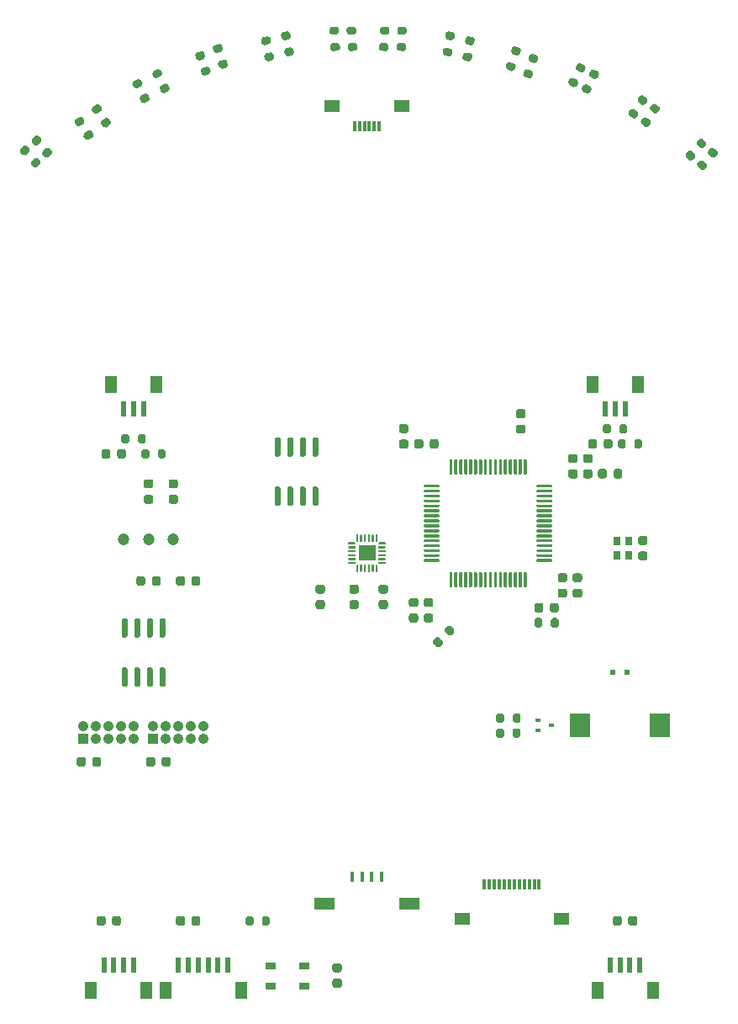
<source format=gbr>
%TF.GenerationSoftware,KiCad,Pcbnew,(5.1.10)-1*%
%TF.CreationDate,2022-02-04T19:35:20+09:00*%
%TF.ProjectId,Main,4d61696e-2e6b-4696-9361-645f70636258,rev?*%
%TF.SameCoordinates,Original*%
%TF.FileFunction,Soldermask,Top*%
%TF.FilePolarity,Negative*%
%FSLAX46Y46*%
G04 Gerber Fmt 4.6, Leading zero omitted, Abs format (unit mm)*
G04 Created by KiCad (PCBNEW (5.1.10)-1) date 2022-02-04 19:35:20*
%MOMM*%
%LPD*%
G01*
G04 APERTURE LIST*
%ADD10R,1.750000X1.600000*%
%ADD11C,0.100000*%
%ADD12R,1.650000X1.300000*%
%ADD13R,0.300000X1.000000*%
%ADD14R,2.000000X2.400000*%
%ADD15R,0.530000X0.500000*%
%ADD16R,0.600000X1.550000*%
%ADD17R,1.200000X1.800000*%
%ADD18R,1.060000X1.060000*%
%ADD19C,1.060000*%
%ADD20R,2.000000X1.300000*%
%ADD21R,0.400000X1.000000*%
%ADD22C,1.200000*%
%ADD23R,0.510000X0.400000*%
%ADD24R,1.050000X0.650000*%
%ADD25R,0.800000X0.900000*%
G04 APERTURE END LIST*
%TO.C,U2*%
G36*
G01*
X18650000Y-675000D02*
X18650000Y-825000D01*
G75*
G02*
X18575000Y-900000I-75000J0D01*
G01*
X17175000Y-900000D01*
G75*
G02*
X17100000Y-825000I0J75000D01*
G01*
X17100000Y-675000D01*
G75*
G02*
X17175000Y-600000I75000J0D01*
G01*
X18575000Y-600000D01*
G75*
G02*
X18650000Y-675000I0J-75000D01*
G01*
G37*
G36*
G01*
X18650000Y-175000D02*
X18650000Y-325000D01*
G75*
G02*
X18575000Y-400000I-75000J0D01*
G01*
X17175000Y-400000D01*
G75*
G02*
X17100000Y-325000I0J75000D01*
G01*
X17100000Y-175000D01*
G75*
G02*
X17175000Y-100000I75000J0D01*
G01*
X18575000Y-100000D01*
G75*
G02*
X18650000Y-175000I0J-75000D01*
G01*
G37*
G36*
G01*
X18650000Y325000D02*
X18650000Y175000D01*
G75*
G02*
X18575000Y100000I-75000J0D01*
G01*
X17175000Y100000D01*
G75*
G02*
X17100000Y175000I0J75000D01*
G01*
X17100000Y325000D01*
G75*
G02*
X17175000Y400000I75000J0D01*
G01*
X18575000Y400000D01*
G75*
G02*
X18650000Y325000I0J-75000D01*
G01*
G37*
G36*
G01*
X18650000Y825000D02*
X18650000Y675000D01*
G75*
G02*
X18575000Y600000I-75000J0D01*
G01*
X17175000Y600000D01*
G75*
G02*
X17100000Y675000I0J75000D01*
G01*
X17100000Y825000D01*
G75*
G02*
X17175000Y900000I75000J0D01*
G01*
X18575000Y900000D01*
G75*
G02*
X18650000Y825000I0J-75000D01*
G01*
G37*
G36*
G01*
X18650000Y1325000D02*
X18650000Y1175000D01*
G75*
G02*
X18575000Y1100000I-75000J0D01*
G01*
X17175000Y1100000D01*
G75*
G02*
X17100000Y1175000I0J75000D01*
G01*
X17100000Y1325000D01*
G75*
G02*
X17175000Y1400000I75000J0D01*
G01*
X18575000Y1400000D01*
G75*
G02*
X18650000Y1325000I0J-75000D01*
G01*
G37*
G36*
G01*
X18650000Y1825000D02*
X18650000Y1675000D01*
G75*
G02*
X18575000Y1600000I-75000J0D01*
G01*
X17175000Y1600000D01*
G75*
G02*
X17100000Y1675000I0J75000D01*
G01*
X17100000Y1825000D01*
G75*
G02*
X17175000Y1900000I75000J0D01*
G01*
X18575000Y1900000D01*
G75*
G02*
X18650000Y1825000I0J-75000D01*
G01*
G37*
G36*
G01*
X18650000Y2325000D02*
X18650000Y2175000D01*
G75*
G02*
X18575000Y2100000I-75000J0D01*
G01*
X17175000Y2100000D01*
G75*
G02*
X17100000Y2175000I0J75000D01*
G01*
X17100000Y2325000D01*
G75*
G02*
X17175000Y2400000I75000J0D01*
G01*
X18575000Y2400000D01*
G75*
G02*
X18650000Y2325000I0J-75000D01*
G01*
G37*
G36*
G01*
X18650000Y2825000D02*
X18650000Y2675000D01*
G75*
G02*
X18575000Y2600000I-75000J0D01*
G01*
X17175000Y2600000D01*
G75*
G02*
X17100000Y2675000I0J75000D01*
G01*
X17100000Y2825000D01*
G75*
G02*
X17175000Y2900000I75000J0D01*
G01*
X18575000Y2900000D01*
G75*
G02*
X18650000Y2825000I0J-75000D01*
G01*
G37*
G36*
G01*
X18650000Y3325000D02*
X18650000Y3175000D01*
G75*
G02*
X18575000Y3100000I-75000J0D01*
G01*
X17175000Y3100000D01*
G75*
G02*
X17100000Y3175000I0J75000D01*
G01*
X17100000Y3325000D01*
G75*
G02*
X17175000Y3400000I75000J0D01*
G01*
X18575000Y3400000D01*
G75*
G02*
X18650000Y3325000I0J-75000D01*
G01*
G37*
G36*
G01*
X18650000Y3825000D02*
X18650000Y3675000D01*
G75*
G02*
X18575000Y3600000I-75000J0D01*
G01*
X17175000Y3600000D01*
G75*
G02*
X17100000Y3675000I0J75000D01*
G01*
X17100000Y3825000D01*
G75*
G02*
X17175000Y3900000I75000J0D01*
G01*
X18575000Y3900000D01*
G75*
G02*
X18650000Y3825000I0J-75000D01*
G01*
G37*
G36*
G01*
X18650000Y4325000D02*
X18650000Y4175000D01*
G75*
G02*
X18575000Y4100000I-75000J0D01*
G01*
X17175000Y4100000D01*
G75*
G02*
X17100000Y4175000I0J75000D01*
G01*
X17100000Y4325000D01*
G75*
G02*
X17175000Y4400000I75000J0D01*
G01*
X18575000Y4400000D01*
G75*
G02*
X18650000Y4325000I0J-75000D01*
G01*
G37*
G36*
G01*
X18650000Y4825000D02*
X18650000Y4675000D01*
G75*
G02*
X18575000Y4600000I-75000J0D01*
G01*
X17175000Y4600000D01*
G75*
G02*
X17100000Y4675000I0J75000D01*
G01*
X17100000Y4825000D01*
G75*
G02*
X17175000Y4900000I75000J0D01*
G01*
X18575000Y4900000D01*
G75*
G02*
X18650000Y4825000I0J-75000D01*
G01*
G37*
G36*
G01*
X18650000Y5325000D02*
X18650000Y5175000D01*
G75*
G02*
X18575000Y5100000I-75000J0D01*
G01*
X17175000Y5100000D01*
G75*
G02*
X17100000Y5175000I0J75000D01*
G01*
X17100000Y5325000D01*
G75*
G02*
X17175000Y5400000I75000J0D01*
G01*
X18575000Y5400000D01*
G75*
G02*
X18650000Y5325000I0J-75000D01*
G01*
G37*
G36*
G01*
X18650000Y5825000D02*
X18650000Y5675000D01*
G75*
G02*
X18575000Y5600000I-75000J0D01*
G01*
X17175000Y5600000D01*
G75*
G02*
X17100000Y5675000I0J75000D01*
G01*
X17100000Y5825000D01*
G75*
G02*
X17175000Y5900000I75000J0D01*
G01*
X18575000Y5900000D01*
G75*
G02*
X18650000Y5825000I0J-75000D01*
G01*
G37*
G36*
G01*
X18650000Y6325000D02*
X18650000Y6175000D01*
G75*
G02*
X18575000Y6100000I-75000J0D01*
G01*
X17175000Y6100000D01*
G75*
G02*
X17100000Y6175000I0J75000D01*
G01*
X17100000Y6325000D01*
G75*
G02*
X17175000Y6400000I75000J0D01*
G01*
X18575000Y6400000D01*
G75*
G02*
X18650000Y6325000I0J-75000D01*
G01*
G37*
G36*
G01*
X18650000Y6825000D02*
X18650000Y6675000D01*
G75*
G02*
X18575000Y6600000I-75000J0D01*
G01*
X17175000Y6600000D01*
G75*
G02*
X17100000Y6675000I0J75000D01*
G01*
X17100000Y6825000D01*
G75*
G02*
X17175000Y6900000I75000J0D01*
G01*
X18575000Y6900000D01*
G75*
G02*
X18650000Y6825000I0J-75000D01*
G01*
G37*
G36*
G01*
X16100000Y9375000D02*
X16100000Y7975000D01*
G75*
G02*
X16025000Y7900000I-75000J0D01*
G01*
X15875000Y7900000D01*
G75*
G02*
X15800000Y7975000I0J75000D01*
G01*
X15800000Y9375000D01*
G75*
G02*
X15875000Y9450000I75000J0D01*
G01*
X16025000Y9450000D01*
G75*
G02*
X16100000Y9375000I0J-75000D01*
G01*
G37*
G36*
G01*
X15600000Y9375000D02*
X15600000Y7975000D01*
G75*
G02*
X15525000Y7900000I-75000J0D01*
G01*
X15375000Y7900000D01*
G75*
G02*
X15300000Y7975000I0J75000D01*
G01*
X15300000Y9375000D01*
G75*
G02*
X15375000Y9450000I75000J0D01*
G01*
X15525000Y9450000D01*
G75*
G02*
X15600000Y9375000I0J-75000D01*
G01*
G37*
G36*
G01*
X15100000Y9375000D02*
X15100000Y7975000D01*
G75*
G02*
X15025000Y7900000I-75000J0D01*
G01*
X14875000Y7900000D01*
G75*
G02*
X14800000Y7975000I0J75000D01*
G01*
X14800000Y9375000D01*
G75*
G02*
X14875000Y9450000I75000J0D01*
G01*
X15025000Y9450000D01*
G75*
G02*
X15100000Y9375000I0J-75000D01*
G01*
G37*
G36*
G01*
X14600000Y9375000D02*
X14600000Y7975000D01*
G75*
G02*
X14525000Y7900000I-75000J0D01*
G01*
X14375000Y7900000D01*
G75*
G02*
X14300000Y7975000I0J75000D01*
G01*
X14300000Y9375000D01*
G75*
G02*
X14375000Y9450000I75000J0D01*
G01*
X14525000Y9450000D01*
G75*
G02*
X14600000Y9375000I0J-75000D01*
G01*
G37*
G36*
G01*
X14100000Y9375000D02*
X14100000Y7975000D01*
G75*
G02*
X14025000Y7900000I-75000J0D01*
G01*
X13875000Y7900000D01*
G75*
G02*
X13800000Y7975000I0J75000D01*
G01*
X13800000Y9375000D01*
G75*
G02*
X13875000Y9450000I75000J0D01*
G01*
X14025000Y9450000D01*
G75*
G02*
X14100000Y9375000I0J-75000D01*
G01*
G37*
G36*
G01*
X13600000Y9375000D02*
X13600000Y7975000D01*
G75*
G02*
X13525000Y7900000I-75000J0D01*
G01*
X13375000Y7900000D01*
G75*
G02*
X13300000Y7975000I0J75000D01*
G01*
X13300000Y9375000D01*
G75*
G02*
X13375000Y9450000I75000J0D01*
G01*
X13525000Y9450000D01*
G75*
G02*
X13600000Y9375000I0J-75000D01*
G01*
G37*
G36*
G01*
X13100000Y9375000D02*
X13100000Y7975000D01*
G75*
G02*
X13025000Y7900000I-75000J0D01*
G01*
X12875000Y7900000D01*
G75*
G02*
X12800000Y7975000I0J75000D01*
G01*
X12800000Y9375000D01*
G75*
G02*
X12875000Y9450000I75000J0D01*
G01*
X13025000Y9450000D01*
G75*
G02*
X13100000Y9375000I0J-75000D01*
G01*
G37*
G36*
G01*
X12600000Y9375000D02*
X12600000Y7975000D01*
G75*
G02*
X12525000Y7900000I-75000J0D01*
G01*
X12375000Y7900000D01*
G75*
G02*
X12300000Y7975000I0J75000D01*
G01*
X12300000Y9375000D01*
G75*
G02*
X12375000Y9450000I75000J0D01*
G01*
X12525000Y9450000D01*
G75*
G02*
X12600000Y9375000I0J-75000D01*
G01*
G37*
G36*
G01*
X12100000Y9375000D02*
X12100000Y7975000D01*
G75*
G02*
X12025000Y7900000I-75000J0D01*
G01*
X11875000Y7900000D01*
G75*
G02*
X11800000Y7975000I0J75000D01*
G01*
X11800000Y9375000D01*
G75*
G02*
X11875000Y9450000I75000J0D01*
G01*
X12025000Y9450000D01*
G75*
G02*
X12100000Y9375000I0J-75000D01*
G01*
G37*
G36*
G01*
X11600000Y9375000D02*
X11600000Y7975000D01*
G75*
G02*
X11525000Y7900000I-75000J0D01*
G01*
X11375000Y7900000D01*
G75*
G02*
X11300000Y7975000I0J75000D01*
G01*
X11300000Y9375000D01*
G75*
G02*
X11375000Y9450000I75000J0D01*
G01*
X11525000Y9450000D01*
G75*
G02*
X11600000Y9375000I0J-75000D01*
G01*
G37*
G36*
G01*
X11100000Y9375000D02*
X11100000Y7975000D01*
G75*
G02*
X11025000Y7900000I-75000J0D01*
G01*
X10875000Y7900000D01*
G75*
G02*
X10800000Y7975000I0J75000D01*
G01*
X10800000Y9375000D01*
G75*
G02*
X10875000Y9450000I75000J0D01*
G01*
X11025000Y9450000D01*
G75*
G02*
X11100000Y9375000I0J-75000D01*
G01*
G37*
G36*
G01*
X10600000Y9375000D02*
X10600000Y7975000D01*
G75*
G02*
X10525000Y7900000I-75000J0D01*
G01*
X10375000Y7900000D01*
G75*
G02*
X10300000Y7975000I0J75000D01*
G01*
X10300000Y9375000D01*
G75*
G02*
X10375000Y9450000I75000J0D01*
G01*
X10525000Y9450000D01*
G75*
G02*
X10600000Y9375000I0J-75000D01*
G01*
G37*
G36*
G01*
X10100000Y9375000D02*
X10100000Y7975000D01*
G75*
G02*
X10025000Y7900000I-75000J0D01*
G01*
X9875000Y7900000D01*
G75*
G02*
X9800000Y7975000I0J75000D01*
G01*
X9800000Y9375000D01*
G75*
G02*
X9875000Y9450000I75000J0D01*
G01*
X10025000Y9450000D01*
G75*
G02*
X10100000Y9375000I0J-75000D01*
G01*
G37*
G36*
G01*
X9600000Y9375000D02*
X9600000Y7975000D01*
G75*
G02*
X9525000Y7900000I-75000J0D01*
G01*
X9375000Y7900000D01*
G75*
G02*
X9300000Y7975000I0J75000D01*
G01*
X9300000Y9375000D01*
G75*
G02*
X9375000Y9450000I75000J0D01*
G01*
X9525000Y9450000D01*
G75*
G02*
X9600000Y9375000I0J-75000D01*
G01*
G37*
G36*
G01*
X9100000Y9375000D02*
X9100000Y7975000D01*
G75*
G02*
X9025000Y7900000I-75000J0D01*
G01*
X8875000Y7900000D01*
G75*
G02*
X8800000Y7975000I0J75000D01*
G01*
X8800000Y9375000D01*
G75*
G02*
X8875000Y9450000I75000J0D01*
G01*
X9025000Y9450000D01*
G75*
G02*
X9100000Y9375000I0J-75000D01*
G01*
G37*
G36*
G01*
X8600000Y9375000D02*
X8600000Y7975000D01*
G75*
G02*
X8525000Y7900000I-75000J0D01*
G01*
X8375000Y7900000D01*
G75*
G02*
X8300000Y7975000I0J75000D01*
G01*
X8300000Y9375000D01*
G75*
G02*
X8375000Y9450000I75000J0D01*
G01*
X8525000Y9450000D01*
G75*
G02*
X8600000Y9375000I0J-75000D01*
G01*
G37*
G36*
G01*
X7300000Y6825000D02*
X7300000Y6675000D01*
G75*
G02*
X7225000Y6600000I-75000J0D01*
G01*
X5825000Y6600000D01*
G75*
G02*
X5750000Y6675000I0J75000D01*
G01*
X5750000Y6825000D01*
G75*
G02*
X5825000Y6900000I75000J0D01*
G01*
X7225000Y6900000D01*
G75*
G02*
X7300000Y6825000I0J-75000D01*
G01*
G37*
G36*
G01*
X7300000Y6325000D02*
X7300000Y6175000D01*
G75*
G02*
X7225000Y6100000I-75000J0D01*
G01*
X5825000Y6100000D01*
G75*
G02*
X5750000Y6175000I0J75000D01*
G01*
X5750000Y6325000D01*
G75*
G02*
X5825000Y6400000I75000J0D01*
G01*
X7225000Y6400000D01*
G75*
G02*
X7300000Y6325000I0J-75000D01*
G01*
G37*
G36*
G01*
X7300000Y5825000D02*
X7300000Y5675000D01*
G75*
G02*
X7225000Y5600000I-75000J0D01*
G01*
X5825000Y5600000D01*
G75*
G02*
X5750000Y5675000I0J75000D01*
G01*
X5750000Y5825000D01*
G75*
G02*
X5825000Y5900000I75000J0D01*
G01*
X7225000Y5900000D01*
G75*
G02*
X7300000Y5825000I0J-75000D01*
G01*
G37*
G36*
G01*
X7300000Y5325000D02*
X7300000Y5175000D01*
G75*
G02*
X7225000Y5100000I-75000J0D01*
G01*
X5825000Y5100000D01*
G75*
G02*
X5750000Y5175000I0J75000D01*
G01*
X5750000Y5325000D01*
G75*
G02*
X5825000Y5400000I75000J0D01*
G01*
X7225000Y5400000D01*
G75*
G02*
X7300000Y5325000I0J-75000D01*
G01*
G37*
G36*
G01*
X7300000Y4825000D02*
X7300000Y4675000D01*
G75*
G02*
X7225000Y4600000I-75000J0D01*
G01*
X5825000Y4600000D01*
G75*
G02*
X5750000Y4675000I0J75000D01*
G01*
X5750000Y4825000D01*
G75*
G02*
X5825000Y4900000I75000J0D01*
G01*
X7225000Y4900000D01*
G75*
G02*
X7300000Y4825000I0J-75000D01*
G01*
G37*
G36*
G01*
X7300000Y4325000D02*
X7300000Y4175000D01*
G75*
G02*
X7225000Y4100000I-75000J0D01*
G01*
X5825000Y4100000D01*
G75*
G02*
X5750000Y4175000I0J75000D01*
G01*
X5750000Y4325000D01*
G75*
G02*
X5825000Y4400000I75000J0D01*
G01*
X7225000Y4400000D01*
G75*
G02*
X7300000Y4325000I0J-75000D01*
G01*
G37*
G36*
G01*
X7300000Y3825000D02*
X7300000Y3675000D01*
G75*
G02*
X7225000Y3600000I-75000J0D01*
G01*
X5825000Y3600000D01*
G75*
G02*
X5750000Y3675000I0J75000D01*
G01*
X5750000Y3825000D01*
G75*
G02*
X5825000Y3900000I75000J0D01*
G01*
X7225000Y3900000D01*
G75*
G02*
X7300000Y3825000I0J-75000D01*
G01*
G37*
G36*
G01*
X7300000Y3325000D02*
X7300000Y3175000D01*
G75*
G02*
X7225000Y3100000I-75000J0D01*
G01*
X5825000Y3100000D01*
G75*
G02*
X5750000Y3175000I0J75000D01*
G01*
X5750000Y3325000D01*
G75*
G02*
X5825000Y3400000I75000J0D01*
G01*
X7225000Y3400000D01*
G75*
G02*
X7300000Y3325000I0J-75000D01*
G01*
G37*
G36*
G01*
X7300000Y2825000D02*
X7300000Y2675000D01*
G75*
G02*
X7225000Y2600000I-75000J0D01*
G01*
X5825000Y2600000D01*
G75*
G02*
X5750000Y2675000I0J75000D01*
G01*
X5750000Y2825000D01*
G75*
G02*
X5825000Y2900000I75000J0D01*
G01*
X7225000Y2900000D01*
G75*
G02*
X7300000Y2825000I0J-75000D01*
G01*
G37*
G36*
G01*
X7300000Y2325000D02*
X7300000Y2175000D01*
G75*
G02*
X7225000Y2100000I-75000J0D01*
G01*
X5825000Y2100000D01*
G75*
G02*
X5750000Y2175000I0J75000D01*
G01*
X5750000Y2325000D01*
G75*
G02*
X5825000Y2400000I75000J0D01*
G01*
X7225000Y2400000D01*
G75*
G02*
X7300000Y2325000I0J-75000D01*
G01*
G37*
G36*
G01*
X7300000Y1825000D02*
X7300000Y1675000D01*
G75*
G02*
X7225000Y1600000I-75000J0D01*
G01*
X5825000Y1600000D01*
G75*
G02*
X5750000Y1675000I0J75000D01*
G01*
X5750000Y1825000D01*
G75*
G02*
X5825000Y1900000I75000J0D01*
G01*
X7225000Y1900000D01*
G75*
G02*
X7300000Y1825000I0J-75000D01*
G01*
G37*
G36*
G01*
X7300000Y1325000D02*
X7300000Y1175000D01*
G75*
G02*
X7225000Y1100000I-75000J0D01*
G01*
X5825000Y1100000D01*
G75*
G02*
X5750000Y1175000I0J75000D01*
G01*
X5750000Y1325000D01*
G75*
G02*
X5825000Y1400000I75000J0D01*
G01*
X7225000Y1400000D01*
G75*
G02*
X7300000Y1325000I0J-75000D01*
G01*
G37*
G36*
G01*
X7300000Y825000D02*
X7300000Y675000D01*
G75*
G02*
X7225000Y600000I-75000J0D01*
G01*
X5825000Y600000D01*
G75*
G02*
X5750000Y675000I0J75000D01*
G01*
X5750000Y825000D01*
G75*
G02*
X5825000Y900000I75000J0D01*
G01*
X7225000Y900000D01*
G75*
G02*
X7300000Y825000I0J-75000D01*
G01*
G37*
G36*
G01*
X7300000Y325000D02*
X7300000Y175000D01*
G75*
G02*
X7225000Y100000I-75000J0D01*
G01*
X5825000Y100000D01*
G75*
G02*
X5750000Y175000I0J75000D01*
G01*
X5750000Y325000D01*
G75*
G02*
X5825000Y400000I75000J0D01*
G01*
X7225000Y400000D01*
G75*
G02*
X7300000Y325000I0J-75000D01*
G01*
G37*
G36*
G01*
X7300000Y-175000D02*
X7300000Y-325000D01*
G75*
G02*
X7225000Y-400000I-75000J0D01*
G01*
X5825000Y-400000D01*
G75*
G02*
X5750000Y-325000I0J75000D01*
G01*
X5750000Y-175000D01*
G75*
G02*
X5825000Y-100000I75000J0D01*
G01*
X7225000Y-100000D01*
G75*
G02*
X7300000Y-175000I0J-75000D01*
G01*
G37*
G36*
G01*
X7300000Y-675000D02*
X7300000Y-825000D01*
G75*
G02*
X7225000Y-900000I-75000J0D01*
G01*
X5825000Y-900000D01*
G75*
G02*
X5750000Y-825000I0J75000D01*
G01*
X5750000Y-675000D01*
G75*
G02*
X5825000Y-600000I75000J0D01*
G01*
X7225000Y-600000D01*
G75*
G02*
X7300000Y-675000I0J-75000D01*
G01*
G37*
G36*
G01*
X8600000Y-1975000D02*
X8600000Y-3375000D01*
G75*
G02*
X8525000Y-3450000I-75000J0D01*
G01*
X8375000Y-3450000D01*
G75*
G02*
X8300000Y-3375000I0J75000D01*
G01*
X8300000Y-1975000D01*
G75*
G02*
X8375000Y-1900000I75000J0D01*
G01*
X8525000Y-1900000D01*
G75*
G02*
X8600000Y-1975000I0J-75000D01*
G01*
G37*
G36*
G01*
X9100000Y-1975000D02*
X9100000Y-3375000D01*
G75*
G02*
X9025000Y-3450000I-75000J0D01*
G01*
X8875000Y-3450000D01*
G75*
G02*
X8800000Y-3375000I0J75000D01*
G01*
X8800000Y-1975000D01*
G75*
G02*
X8875000Y-1900000I75000J0D01*
G01*
X9025000Y-1900000D01*
G75*
G02*
X9100000Y-1975000I0J-75000D01*
G01*
G37*
G36*
G01*
X9600000Y-1975000D02*
X9600000Y-3375000D01*
G75*
G02*
X9525000Y-3450000I-75000J0D01*
G01*
X9375000Y-3450000D01*
G75*
G02*
X9300000Y-3375000I0J75000D01*
G01*
X9300000Y-1975000D01*
G75*
G02*
X9375000Y-1900000I75000J0D01*
G01*
X9525000Y-1900000D01*
G75*
G02*
X9600000Y-1975000I0J-75000D01*
G01*
G37*
G36*
G01*
X10100000Y-1975000D02*
X10100000Y-3375000D01*
G75*
G02*
X10025000Y-3450000I-75000J0D01*
G01*
X9875000Y-3450000D01*
G75*
G02*
X9800000Y-3375000I0J75000D01*
G01*
X9800000Y-1975000D01*
G75*
G02*
X9875000Y-1900000I75000J0D01*
G01*
X10025000Y-1900000D01*
G75*
G02*
X10100000Y-1975000I0J-75000D01*
G01*
G37*
G36*
G01*
X10600000Y-1975000D02*
X10600000Y-3375000D01*
G75*
G02*
X10525000Y-3450000I-75000J0D01*
G01*
X10375000Y-3450000D01*
G75*
G02*
X10300000Y-3375000I0J75000D01*
G01*
X10300000Y-1975000D01*
G75*
G02*
X10375000Y-1900000I75000J0D01*
G01*
X10525000Y-1900000D01*
G75*
G02*
X10600000Y-1975000I0J-75000D01*
G01*
G37*
G36*
G01*
X11100000Y-1975000D02*
X11100000Y-3375000D01*
G75*
G02*
X11025000Y-3450000I-75000J0D01*
G01*
X10875000Y-3450000D01*
G75*
G02*
X10800000Y-3375000I0J75000D01*
G01*
X10800000Y-1975000D01*
G75*
G02*
X10875000Y-1900000I75000J0D01*
G01*
X11025000Y-1900000D01*
G75*
G02*
X11100000Y-1975000I0J-75000D01*
G01*
G37*
G36*
G01*
X11600000Y-1975000D02*
X11600000Y-3375000D01*
G75*
G02*
X11525000Y-3450000I-75000J0D01*
G01*
X11375000Y-3450000D01*
G75*
G02*
X11300000Y-3375000I0J75000D01*
G01*
X11300000Y-1975000D01*
G75*
G02*
X11375000Y-1900000I75000J0D01*
G01*
X11525000Y-1900000D01*
G75*
G02*
X11600000Y-1975000I0J-75000D01*
G01*
G37*
G36*
G01*
X12100000Y-1975000D02*
X12100000Y-3375000D01*
G75*
G02*
X12025000Y-3450000I-75000J0D01*
G01*
X11875000Y-3450000D01*
G75*
G02*
X11800000Y-3375000I0J75000D01*
G01*
X11800000Y-1975000D01*
G75*
G02*
X11875000Y-1900000I75000J0D01*
G01*
X12025000Y-1900000D01*
G75*
G02*
X12100000Y-1975000I0J-75000D01*
G01*
G37*
G36*
G01*
X12600000Y-1975000D02*
X12600000Y-3375000D01*
G75*
G02*
X12525000Y-3450000I-75000J0D01*
G01*
X12375000Y-3450000D01*
G75*
G02*
X12300000Y-3375000I0J75000D01*
G01*
X12300000Y-1975000D01*
G75*
G02*
X12375000Y-1900000I75000J0D01*
G01*
X12525000Y-1900000D01*
G75*
G02*
X12600000Y-1975000I0J-75000D01*
G01*
G37*
G36*
G01*
X13100000Y-1975000D02*
X13100000Y-3375000D01*
G75*
G02*
X13025000Y-3450000I-75000J0D01*
G01*
X12875000Y-3450000D01*
G75*
G02*
X12800000Y-3375000I0J75000D01*
G01*
X12800000Y-1975000D01*
G75*
G02*
X12875000Y-1900000I75000J0D01*
G01*
X13025000Y-1900000D01*
G75*
G02*
X13100000Y-1975000I0J-75000D01*
G01*
G37*
G36*
G01*
X13600000Y-1975000D02*
X13600000Y-3375000D01*
G75*
G02*
X13525000Y-3450000I-75000J0D01*
G01*
X13375000Y-3450000D01*
G75*
G02*
X13300000Y-3375000I0J75000D01*
G01*
X13300000Y-1975000D01*
G75*
G02*
X13375000Y-1900000I75000J0D01*
G01*
X13525000Y-1900000D01*
G75*
G02*
X13600000Y-1975000I0J-75000D01*
G01*
G37*
G36*
G01*
X14100000Y-1975000D02*
X14100000Y-3375000D01*
G75*
G02*
X14025000Y-3450000I-75000J0D01*
G01*
X13875000Y-3450000D01*
G75*
G02*
X13800000Y-3375000I0J75000D01*
G01*
X13800000Y-1975000D01*
G75*
G02*
X13875000Y-1900000I75000J0D01*
G01*
X14025000Y-1900000D01*
G75*
G02*
X14100000Y-1975000I0J-75000D01*
G01*
G37*
G36*
G01*
X14600000Y-1975000D02*
X14600000Y-3375000D01*
G75*
G02*
X14525000Y-3450000I-75000J0D01*
G01*
X14375000Y-3450000D01*
G75*
G02*
X14300000Y-3375000I0J75000D01*
G01*
X14300000Y-1975000D01*
G75*
G02*
X14375000Y-1900000I75000J0D01*
G01*
X14525000Y-1900000D01*
G75*
G02*
X14600000Y-1975000I0J-75000D01*
G01*
G37*
G36*
G01*
X15100000Y-1975000D02*
X15100000Y-3375000D01*
G75*
G02*
X15025000Y-3450000I-75000J0D01*
G01*
X14875000Y-3450000D01*
G75*
G02*
X14800000Y-3375000I0J75000D01*
G01*
X14800000Y-1975000D01*
G75*
G02*
X14875000Y-1900000I75000J0D01*
G01*
X15025000Y-1900000D01*
G75*
G02*
X15100000Y-1975000I0J-75000D01*
G01*
G37*
G36*
G01*
X15600000Y-1975000D02*
X15600000Y-3375000D01*
G75*
G02*
X15525000Y-3450000I-75000J0D01*
G01*
X15375000Y-3450000D01*
G75*
G02*
X15300000Y-3375000I0J75000D01*
G01*
X15300000Y-1975000D01*
G75*
G02*
X15375000Y-1900000I75000J0D01*
G01*
X15525000Y-1900000D01*
G75*
G02*
X15600000Y-1975000I0J-75000D01*
G01*
G37*
G36*
G01*
X16100000Y-1975000D02*
X16100000Y-3375000D01*
G75*
G02*
X16025000Y-3450000I-75000J0D01*
G01*
X15875000Y-3450000D01*
G75*
G02*
X15800000Y-3375000I0J75000D01*
G01*
X15800000Y-1975000D01*
G75*
G02*
X15875000Y-1900000I75000J0D01*
G01*
X16025000Y-1900000D01*
G75*
G02*
X16100000Y-1975000I0J-75000D01*
G01*
G37*
%TD*%
%TO.C,R16*%
G36*
G01*
X8584798Y51629684D02*
X8040840Y51710979D01*
G75*
G02*
X7872599Y51938344I29562J197803D01*
G01*
X7931723Y52333951D01*
G75*
G02*
X8159088Y52502192I197803J-29562D01*
G01*
X8703046Y52420897D01*
G75*
G02*
X8871287Y52193532I-29562J-197803D01*
G01*
X8812163Y51797925D01*
G75*
G02*
X8584798Y51629684I-197803J29562D01*
G01*
G37*
G36*
G01*
X8340912Y49997808D02*
X7796954Y50079103D01*
G75*
G02*
X7628713Y50306468I29562J197803D01*
G01*
X7687837Y50702075D01*
G75*
G02*
X7915202Y50870316I197803J-29562D01*
G01*
X8459160Y50789021D01*
G75*
G02*
X8627401Y50561656I-29562J-197803D01*
G01*
X8568277Y50166049D01*
G75*
G02*
X8340912Y49997808I-197803J29562D01*
G01*
G37*
%TD*%
D10*
%TO.C,U3*%
X0Y0D03*
D11*
G36*
X-932196Y1874231D02*
G01*
X-924693Y1871955D01*
X-917777Y1868259D01*
X-911716Y1863284D01*
X-906741Y1857223D01*
X-903045Y1850307D01*
X-900769Y1842804D01*
X-900000Y1835000D01*
X-900000Y1165000D01*
X-900769Y1157196D01*
X-903045Y1149693D01*
X-906741Y1142777D01*
X-911716Y1136716D01*
X-917777Y1131741D01*
X-924693Y1128045D01*
X-932196Y1125769D01*
X-940000Y1125000D01*
X-963431Y1125000D01*
X-971235Y1125769D01*
X-978738Y1128045D01*
X-985654Y1131741D01*
X-991715Y1136716D01*
X-1088284Y1233285D01*
X-1093259Y1239346D01*
X-1096955Y1246262D01*
X-1099231Y1253765D01*
X-1100000Y1261569D01*
X-1100000Y1835000D01*
X-1099231Y1842804D01*
X-1096955Y1850307D01*
X-1093259Y1857223D01*
X-1088284Y1863284D01*
X-1082223Y1868259D01*
X-1075307Y1871955D01*
X-1067804Y1874231D01*
X-1060000Y1875000D01*
X-940000Y1875000D01*
X-932196Y1874231D01*
G37*
G36*
G01*
X-700000Y1175000D02*
X-700000Y1825000D01*
G75*
G02*
X-650000Y1875000I50000J0D01*
G01*
X-550000Y1875000D01*
G75*
G02*
X-500000Y1825000I0J-50000D01*
G01*
X-500000Y1175000D01*
G75*
G02*
X-550000Y1125000I-50000J0D01*
G01*
X-650000Y1125000D01*
G75*
G02*
X-700000Y1175000I0J50000D01*
G01*
G37*
G36*
G01*
X-300000Y1175000D02*
X-300000Y1825000D01*
G75*
G02*
X-250000Y1875000I50000J0D01*
G01*
X-150000Y1875000D01*
G75*
G02*
X-100000Y1825000I0J-50000D01*
G01*
X-100000Y1175000D01*
G75*
G02*
X-150000Y1125000I-50000J0D01*
G01*
X-250000Y1125000D01*
G75*
G02*
X-300000Y1175000I0J50000D01*
G01*
G37*
G36*
G01*
X100000Y1175000D02*
X100000Y1825000D01*
G75*
G02*
X150000Y1875000I50000J0D01*
G01*
X250000Y1875000D01*
G75*
G02*
X300000Y1825000I0J-50000D01*
G01*
X300000Y1175000D01*
G75*
G02*
X250000Y1125000I-50000J0D01*
G01*
X150000Y1125000D01*
G75*
G02*
X100000Y1175000I0J50000D01*
G01*
G37*
G36*
G01*
X500000Y1175000D02*
X500000Y1825000D01*
G75*
G02*
X550000Y1875000I50000J0D01*
G01*
X650000Y1875000D01*
G75*
G02*
X700000Y1825000I0J-50000D01*
G01*
X700000Y1175000D01*
G75*
G02*
X650000Y1125000I-50000J0D01*
G01*
X550000Y1125000D01*
G75*
G02*
X500000Y1175000I0J50000D01*
G01*
G37*
G36*
X1067804Y1874231D02*
G01*
X1075307Y1871955D01*
X1082223Y1868259D01*
X1088284Y1863284D01*
X1093259Y1857223D01*
X1096955Y1850307D01*
X1099231Y1842804D01*
X1100000Y1835000D01*
X1100000Y1261569D01*
X1099231Y1253765D01*
X1096955Y1246262D01*
X1093259Y1239346D01*
X1088284Y1233285D01*
X991715Y1136716D01*
X985654Y1131741D01*
X978738Y1128045D01*
X971235Y1125769D01*
X963431Y1125000D01*
X940000Y1125000D01*
X932196Y1125769D01*
X924693Y1128045D01*
X917777Y1131741D01*
X911716Y1136716D01*
X906741Y1142777D01*
X903045Y1149693D01*
X900769Y1157196D01*
X900000Y1165000D01*
X900000Y1835000D01*
X900769Y1842804D01*
X903045Y1850307D01*
X906741Y1857223D01*
X911716Y1863284D01*
X917777Y1868259D01*
X924693Y1871955D01*
X932196Y1874231D01*
X940000Y1875000D01*
X1060000Y1875000D01*
X1067804Y1874231D01*
G37*
G36*
X1842804Y1099231D02*
G01*
X1850307Y1096955D01*
X1857223Y1093259D01*
X1863284Y1088284D01*
X1868259Y1082223D01*
X1871955Y1075307D01*
X1874231Y1067804D01*
X1875000Y1060000D01*
X1875000Y940000D01*
X1874231Y932196D01*
X1871955Y924693D01*
X1868259Y917777D01*
X1863284Y911716D01*
X1857223Y906741D01*
X1850307Y903045D01*
X1842804Y900769D01*
X1835000Y900000D01*
X1165000Y900000D01*
X1157196Y900769D01*
X1149693Y903045D01*
X1142777Y906741D01*
X1136716Y911716D01*
X1131741Y917777D01*
X1128045Y924693D01*
X1125769Y932196D01*
X1125000Y940000D01*
X1125000Y963431D01*
X1125769Y971235D01*
X1128045Y978738D01*
X1131741Y985654D01*
X1136716Y991715D01*
X1233285Y1088284D01*
X1239346Y1093259D01*
X1246262Y1096955D01*
X1253765Y1099231D01*
X1261569Y1100000D01*
X1835000Y1100000D01*
X1842804Y1099231D01*
G37*
G36*
G01*
X1125000Y550000D02*
X1125000Y650000D01*
G75*
G02*
X1175000Y700000I50000J0D01*
G01*
X1825000Y700000D01*
G75*
G02*
X1875000Y650000I0J-50000D01*
G01*
X1875000Y550000D01*
G75*
G02*
X1825000Y500000I-50000J0D01*
G01*
X1175000Y500000D01*
G75*
G02*
X1125000Y550000I0J50000D01*
G01*
G37*
G36*
G01*
X1125000Y150000D02*
X1125000Y250000D01*
G75*
G02*
X1175000Y300000I50000J0D01*
G01*
X1825000Y300000D01*
G75*
G02*
X1875000Y250000I0J-50000D01*
G01*
X1875000Y150000D01*
G75*
G02*
X1825000Y100000I-50000J0D01*
G01*
X1175000Y100000D01*
G75*
G02*
X1125000Y150000I0J50000D01*
G01*
G37*
G36*
G01*
X1125000Y-250000D02*
X1125000Y-150000D01*
G75*
G02*
X1175000Y-100000I50000J0D01*
G01*
X1825000Y-100000D01*
G75*
G02*
X1875000Y-150000I0J-50000D01*
G01*
X1875000Y-250000D01*
G75*
G02*
X1825000Y-300000I-50000J0D01*
G01*
X1175000Y-300000D01*
G75*
G02*
X1125000Y-250000I0J50000D01*
G01*
G37*
G36*
G01*
X1125000Y-650000D02*
X1125000Y-550000D01*
G75*
G02*
X1175000Y-500000I50000J0D01*
G01*
X1825000Y-500000D01*
G75*
G02*
X1875000Y-550000I0J-50000D01*
G01*
X1875000Y-650000D01*
G75*
G02*
X1825000Y-700000I-50000J0D01*
G01*
X1175000Y-700000D01*
G75*
G02*
X1125000Y-650000I0J50000D01*
G01*
G37*
G36*
X1842804Y-900769D02*
G01*
X1850307Y-903045D01*
X1857223Y-906741D01*
X1863284Y-911716D01*
X1868259Y-917777D01*
X1871955Y-924693D01*
X1874231Y-932196D01*
X1875000Y-940000D01*
X1875000Y-1060000D01*
X1874231Y-1067804D01*
X1871955Y-1075307D01*
X1868259Y-1082223D01*
X1863284Y-1088284D01*
X1857223Y-1093259D01*
X1850307Y-1096955D01*
X1842804Y-1099231D01*
X1835000Y-1100000D01*
X1261569Y-1100000D01*
X1253765Y-1099231D01*
X1246262Y-1096955D01*
X1239346Y-1093259D01*
X1233285Y-1088284D01*
X1136716Y-991715D01*
X1131741Y-985654D01*
X1128045Y-978738D01*
X1125769Y-971235D01*
X1125000Y-963431D01*
X1125000Y-940000D01*
X1125769Y-932196D01*
X1128045Y-924693D01*
X1131741Y-917777D01*
X1136716Y-911716D01*
X1142777Y-906741D01*
X1149693Y-903045D01*
X1157196Y-900769D01*
X1165000Y-900000D01*
X1835000Y-900000D01*
X1842804Y-900769D01*
G37*
G36*
X971235Y-1125769D02*
G01*
X978738Y-1128045D01*
X985654Y-1131741D01*
X991715Y-1136716D01*
X1088284Y-1233285D01*
X1093259Y-1239346D01*
X1096955Y-1246262D01*
X1099231Y-1253765D01*
X1100000Y-1261569D01*
X1100000Y-1835000D01*
X1099231Y-1842804D01*
X1096955Y-1850307D01*
X1093259Y-1857223D01*
X1088284Y-1863284D01*
X1082223Y-1868259D01*
X1075307Y-1871955D01*
X1067804Y-1874231D01*
X1060000Y-1875000D01*
X940000Y-1875000D01*
X932196Y-1874231D01*
X924693Y-1871955D01*
X917777Y-1868259D01*
X911716Y-1863284D01*
X906741Y-1857223D01*
X903045Y-1850307D01*
X900769Y-1842804D01*
X900000Y-1835000D01*
X900000Y-1165000D01*
X900769Y-1157196D01*
X903045Y-1149693D01*
X906741Y-1142777D01*
X911716Y-1136716D01*
X917777Y-1131741D01*
X924693Y-1128045D01*
X932196Y-1125769D01*
X940000Y-1125000D01*
X963431Y-1125000D01*
X971235Y-1125769D01*
G37*
G36*
G01*
X500000Y-1825000D02*
X500000Y-1175000D01*
G75*
G02*
X550000Y-1125000I50000J0D01*
G01*
X650000Y-1125000D01*
G75*
G02*
X700000Y-1175000I0J-50000D01*
G01*
X700000Y-1825000D01*
G75*
G02*
X650000Y-1875000I-50000J0D01*
G01*
X550000Y-1875000D01*
G75*
G02*
X500000Y-1825000I0J50000D01*
G01*
G37*
G36*
G01*
X100000Y-1825000D02*
X100000Y-1175000D01*
G75*
G02*
X150000Y-1125000I50000J0D01*
G01*
X250000Y-1125000D01*
G75*
G02*
X300000Y-1175000I0J-50000D01*
G01*
X300000Y-1825000D01*
G75*
G02*
X250000Y-1875000I-50000J0D01*
G01*
X150000Y-1875000D01*
G75*
G02*
X100000Y-1825000I0J50000D01*
G01*
G37*
G36*
G01*
X-300000Y-1825000D02*
X-300000Y-1175000D01*
G75*
G02*
X-250000Y-1125000I50000J0D01*
G01*
X-150000Y-1125000D01*
G75*
G02*
X-100000Y-1175000I0J-50000D01*
G01*
X-100000Y-1825000D01*
G75*
G02*
X-150000Y-1875000I-50000J0D01*
G01*
X-250000Y-1875000D01*
G75*
G02*
X-300000Y-1825000I0J50000D01*
G01*
G37*
G36*
G01*
X-700000Y-1825000D02*
X-700000Y-1175000D01*
G75*
G02*
X-650000Y-1125000I50000J0D01*
G01*
X-550000Y-1125000D01*
G75*
G02*
X-500000Y-1175000I0J-50000D01*
G01*
X-500000Y-1825000D01*
G75*
G02*
X-550000Y-1875000I-50000J0D01*
G01*
X-650000Y-1875000D01*
G75*
G02*
X-700000Y-1825000I0J50000D01*
G01*
G37*
G36*
X-932196Y-1125769D02*
G01*
X-924693Y-1128045D01*
X-917777Y-1131741D01*
X-911716Y-1136716D01*
X-906741Y-1142777D01*
X-903045Y-1149693D01*
X-900769Y-1157196D01*
X-900000Y-1165000D01*
X-900000Y-1835000D01*
X-900769Y-1842804D01*
X-903045Y-1850307D01*
X-906741Y-1857223D01*
X-911716Y-1863284D01*
X-917777Y-1868259D01*
X-924693Y-1871955D01*
X-932196Y-1874231D01*
X-940000Y-1875000D01*
X-1060000Y-1875000D01*
X-1067804Y-1874231D01*
X-1075307Y-1871955D01*
X-1082223Y-1868259D01*
X-1088284Y-1863284D01*
X-1093259Y-1857223D01*
X-1096955Y-1850307D01*
X-1099231Y-1842804D01*
X-1100000Y-1835000D01*
X-1100000Y-1261569D01*
X-1099231Y-1253765D01*
X-1096955Y-1246262D01*
X-1093259Y-1239346D01*
X-1088284Y-1233285D01*
X-991715Y-1136716D01*
X-985654Y-1131741D01*
X-978738Y-1128045D01*
X-971235Y-1125769D01*
X-963431Y-1125000D01*
X-940000Y-1125000D01*
X-932196Y-1125769D01*
G37*
G36*
X-1157196Y-900769D02*
G01*
X-1149693Y-903045D01*
X-1142777Y-906741D01*
X-1136716Y-911716D01*
X-1131741Y-917777D01*
X-1128045Y-924693D01*
X-1125769Y-932196D01*
X-1125000Y-940000D01*
X-1125000Y-963431D01*
X-1125769Y-971235D01*
X-1128045Y-978738D01*
X-1131741Y-985654D01*
X-1136716Y-991715D01*
X-1233285Y-1088284D01*
X-1239346Y-1093259D01*
X-1246262Y-1096955D01*
X-1253765Y-1099231D01*
X-1261569Y-1100000D01*
X-1835000Y-1100000D01*
X-1842804Y-1099231D01*
X-1850307Y-1096955D01*
X-1857223Y-1093259D01*
X-1863284Y-1088284D01*
X-1868259Y-1082223D01*
X-1871955Y-1075307D01*
X-1874231Y-1067804D01*
X-1875000Y-1060000D01*
X-1875000Y-940000D01*
X-1874231Y-932196D01*
X-1871955Y-924693D01*
X-1868259Y-917777D01*
X-1863284Y-911716D01*
X-1857223Y-906741D01*
X-1850307Y-903045D01*
X-1842804Y-900769D01*
X-1835000Y-900000D01*
X-1165000Y-900000D01*
X-1157196Y-900769D01*
G37*
G36*
G01*
X-1875000Y-650000D02*
X-1875000Y-550000D01*
G75*
G02*
X-1825000Y-500000I50000J0D01*
G01*
X-1175000Y-500000D01*
G75*
G02*
X-1125000Y-550000I0J-50000D01*
G01*
X-1125000Y-650000D01*
G75*
G02*
X-1175000Y-700000I-50000J0D01*
G01*
X-1825000Y-700000D01*
G75*
G02*
X-1875000Y-650000I0J50000D01*
G01*
G37*
G36*
G01*
X-1875000Y-250000D02*
X-1875000Y-150000D01*
G75*
G02*
X-1825000Y-100000I50000J0D01*
G01*
X-1175000Y-100000D01*
G75*
G02*
X-1125000Y-150000I0J-50000D01*
G01*
X-1125000Y-250000D01*
G75*
G02*
X-1175000Y-300000I-50000J0D01*
G01*
X-1825000Y-300000D01*
G75*
G02*
X-1875000Y-250000I0J50000D01*
G01*
G37*
G36*
G01*
X-1875000Y150000D02*
X-1875000Y250000D01*
G75*
G02*
X-1825000Y300000I50000J0D01*
G01*
X-1175000Y300000D01*
G75*
G02*
X-1125000Y250000I0J-50000D01*
G01*
X-1125000Y150000D01*
G75*
G02*
X-1175000Y100000I-50000J0D01*
G01*
X-1825000Y100000D01*
G75*
G02*
X-1875000Y150000I0J50000D01*
G01*
G37*
G36*
G01*
X-1875000Y550000D02*
X-1875000Y650000D01*
G75*
G02*
X-1825000Y700000I50000J0D01*
G01*
X-1175000Y700000D01*
G75*
G02*
X-1125000Y650000I0J-50000D01*
G01*
X-1125000Y550000D01*
G75*
G02*
X-1175000Y500000I-50000J0D01*
G01*
X-1825000Y500000D01*
G75*
G02*
X-1875000Y550000I0J50000D01*
G01*
G37*
G36*
X-1253765Y1099231D02*
G01*
X-1246262Y1096955D01*
X-1239346Y1093259D01*
X-1233285Y1088284D01*
X-1136716Y991715D01*
X-1131741Y985654D01*
X-1128045Y978738D01*
X-1125769Y971235D01*
X-1125000Y963431D01*
X-1125000Y940000D01*
X-1125769Y932196D01*
X-1128045Y924693D01*
X-1131741Y917777D01*
X-1136716Y911716D01*
X-1142777Y906741D01*
X-1149693Y903045D01*
X-1157196Y900769D01*
X-1165000Y900000D01*
X-1835000Y900000D01*
X-1842804Y900769D01*
X-1850307Y903045D01*
X-1857223Y906741D01*
X-1863284Y911716D01*
X-1868259Y917777D01*
X-1871955Y924693D01*
X-1874231Y932196D01*
X-1875000Y940000D01*
X-1875000Y1060000D01*
X-1874231Y1067804D01*
X-1871955Y1075307D01*
X-1868259Y1082223D01*
X-1863284Y1088284D01*
X-1857223Y1093259D01*
X-1850307Y1096955D01*
X-1842804Y1099231D01*
X-1835000Y1100000D01*
X-1261569Y1100000D01*
X-1253765Y1099231D01*
G37*
%TD*%
D12*
%TO.C,J8*%
X19600000Y-36800000D03*
X9600000Y-36800000D03*
D13*
X17350000Y-33350000D03*
X16850000Y-33350000D03*
X16350000Y-33350000D03*
X15850000Y-33350000D03*
X15350000Y-33350000D03*
X14850000Y-33350000D03*
X14350000Y-33350000D03*
X13850000Y-33350000D03*
X13350000Y-33350000D03*
X12850000Y-33350000D03*
X12350000Y-33350000D03*
X11850000Y-33350000D03*
%TD*%
D14*
%TO.C,BZ1*%
X29500000Y-17350000D03*
X21500000Y-17350000D03*
%TD*%
%TO.C,C1*%
G36*
G01*
X15750000Y12025000D02*
X15250000Y12025000D01*
G75*
G02*
X15025000Y12250000I0J225000D01*
G01*
X15025000Y12700000D01*
G75*
G02*
X15250000Y12925000I225000J0D01*
G01*
X15750000Y12925000D01*
G75*
G02*
X15975000Y12700000I0J-225000D01*
G01*
X15975000Y12250000D01*
G75*
G02*
X15750000Y12025000I-225000J0D01*
G01*
G37*
G36*
G01*
X15750000Y13575000D02*
X15250000Y13575000D01*
G75*
G02*
X15025000Y13800000I0J225000D01*
G01*
X15025000Y14250000D01*
G75*
G02*
X15250000Y14475000I225000J0D01*
G01*
X15750000Y14475000D01*
G75*
G02*
X15975000Y14250000I0J-225000D01*
G01*
X15975000Y13800000D01*
G75*
G02*
X15750000Y13575000I-225000J0D01*
G01*
G37*
%TD*%
%TO.C,C2*%
G36*
G01*
X5675000Y11250000D02*
X5675000Y10750000D01*
G75*
G02*
X5450000Y10525000I-225000J0D01*
G01*
X5000000Y10525000D01*
G75*
G02*
X4775000Y10750000I0J225000D01*
G01*
X4775000Y11250000D01*
G75*
G02*
X5000000Y11475000I225000J0D01*
G01*
X5450000Y11475000D01*
G75*
G02*
X5675000Y11250000I0J-225000D01*
G01*
G37*
G36*
G01*
X7225000Y11250000D02*
X7225000Y10750000D01*
G75*
G02*
X7000000Y10525000I-225000J0D01*
G01*
X6550000Y10525000D01*
G75*
G02*
X6325000Y10750000I0J225000D01*
G01*
X6325000Y11250000D01*
G75*
G02*
X6550000Y11475000I225000J0D01*
G01*
X7000000Y11475000D01*
G75*
G02*
X7225000Y11250000I0J-225000D01*
G01*
G37*
%TD*%
%TO.C,C3*%
G36*
G01*
X5950000Y-6075000D02*
X6450000Y-6075000D01*
G75*
G02*
X6675000Y-6300000I0J-225000D01*
G01*
X6675000Y-6750000D01*
G75*
G02*
X6450000Y-6975000I-225000J0D01*
G01*
X5950000Y-6975000D01*
G75*
G02*
X5725000Y-6750000I0J225000D01*
G01*
X5725000Y-6300000D01*
G75*
G02*
X5950000Y-6075000I225000J0D01*
G01*
G37*
G36*
G01*
X5950000Y-4525000D02*
X6450000Y-4525000D01*
G75*
G02*
X6675000Y-4750000I0J-225000D01*
G01*
X6675000Y-5200000D01*
G75*
G02*
X6450000Y-5425000I-225000J0D01*
G01*
X5950000Y-5425000D01*
G75*
G02*
X5725000Y-5200000I0J225000D01*
G01*
X5725000Y-4750000D01*
G75*
G02*
X5950000Y-4525000I225000J0D01*
G01*
G37*
%TD*%
%TO.C,C4*%
G36*
G01*
X16875000Y-5750000D02*
X16875000Y-5250000D01*
G75*
G02*
X17100000Y-5025000I225000J0D01*
G01*
X17550000Y-5025000D01*
G75*
G02*
X17775000Y-5250000I0J-225000D01*
G01*
X17775000Y-5750000D01*
G75*
G02*
X17550000Y-5975000I-225000J0D01*
G01*
X17100000Y-5975000D01*
G75*
G02*
X16875000Y-5750000I0J225000D01*
G01*
G37*
G36*
G01*
X18425000Y-5750000D02*
X18425000Y-5250000D01*
G75*
G02*
X18650000Y-5025000I225000J0D01*
G01*
X19100000Y-5025000D01*
G75*
G02*
X19325000Y-5250000I0J-225000D01*
G01*
X19325000Y-5750000D01*
G75*
G02*
X19100000Y-5975000I-225000J0D01*
G01*
X18650000Y-5975000D01*
G75*
G02*
X18425000Y-5750000I0J225000D01*
G01*
G37*
%TD*%
%TO.C,C5*%
G36*
G01*
X20950000Y-2025000D02*
X21450000Y-2025000D01*
G75*
G02*
X21675000Y-2250000I0J-225000D01*
G01*
X21675000Y-2700000D01*
G75*
G02*
X21450000Y-2925000I-225000J0D01*
G01*
X20950000Y-2925000D01*
G75*
G02*
X20725000Y-2700000I0J225000D01*
G01*
X20725000Y-2250000D01*
G75*
G02*
X20950000Y-2025000I225000J0D01*
G01*
G37*
G36*
G01*
X20950000Y-3575000D02*
X21450000Y-3575000D01*
G75*
G02*
X21675000Y-3800000I0J-225000D01*
G01*
X21675000Y-4250000D01*
G75*
G02*
X21450000Y-4475000I-225000J0D01*
G01*
X20950000Y-4475000D01*
G75*
G02*
X20725000Y-4250000I0J225000D01*
G01*
X20725000Y-3800000D01*
G75*
G02*
X20950000Y-3575000I225000J0D01*
G01*
G37*
%TD*%
%TO.C,C6*%
G36*
G01*
X19450000Y-3575000D02*
X19950000Y-3575000D01*
G75*
G02*
X20175000Y-3800000I0J-225000D01*
G01*
X20175000Y-4250000D01*
G75*
G02*
X19950000Y-4475000I-225000J0D01*
G01*
X19450000Y-4475000D01*
G75*
G02*
X19225000Y-4250000I0J225000D01*
G01*
X19225000Y-3800000D01*
G75*
G02*
X19450000Y-3575000I225000J0D01*
G01*
G37*
G36*
G01*
X19450000Y-2025000D02*
X19950000Y-2025000D01*
G75*
G02*
X20175000Y-2250000I0J-225000D01*
G01*
X20175000Y-2700000D01*
G75*
G02*
X19950000Y-2925000I-225000J0D01*
G01*
X19450000Y-2925000D01*
G75*
G02*
X19225000Y-2700000I0J225000D01*
G01*
X19225000Y-2250000D01*
G75*
G02*
X19450000Y-2025000I225000J0D01*
G01*
G37*
%TD*%
%TO.C,C7*%
G36*
G01*
X21000000Y7525000D02*
X20500000Y7525000D01*
G75*
G02*
X20275000Y7750000I0J225000D01*
G01*
X20275000Y8200000D01*
G75*
G02*
X20500000Y8425000I225000J0D01*
G01*
X21000000Y8425000D01*
G75*
G02*
X21225000Y8200000I0J-225000D01*
G01*
X21225000Y7750000D01*
G75*
G02*
X21000000Y7525000I-225000J0D01*
G01*
G37*
G36*
G01*
X21000000Y9075000D02*
X20500000Y9075000D01*
G75*
G02*
X20275000Y9300000I0J225000D01*
G01*
X20275000Y9750000D01*
G75*
G02*
X20500000Y9975000I225000J0D01*
G01*
X21000000Y9975000D01*
G75*
G02*
X21225000Y9750000I0J-225000D01*
G01*
X21225000Y9300000D01*
G75*
G02*
X21000000Y9075000I-225000J0D01*
G01*
G37*
%TD*%
%TO.C,C8*%
G36*
G01*
X22500000Y9075000D02*
X22000000Y9075000D01*
G75*
G02*
X21775000Y9300000I0J225000D01*
G01*
X21775000Y9750000D01*
G75*
G02*
X22000000Y9975000I225000J0D01*
G01*
X22500000Y9975000D01*
G75*
G02*
X22725000Y9750000I0J-225000D01*
G01*
X22725000Y9300000D01*
G75*
G02*
X22500000Y9075000I-225000J0D01*
G01*
G37*
G36*
G01*
X22500000Y7525000D02*
X22000000Y7525000D01*
G75*
G02*
X21775000Y7750000I0J225000D01*
G01*
X21775000Y8200000D01*
G75*
G02*
X22000000Y8425000I225000J0D01*
G01*
X22500000Y8425000D01*
G75*
G02*
X22725000Y8200000I0J-225000D01*
G01*
X22725000Y7750000D01*
G75*
G02*
X22500000Y7525000I-225000J0D01*
G01*
G37*
%TD*%
%TO.C,C9*%
G36*
G01*
X-3250000Y-42825000D02*
X-2750000Y-42825000D01*
G75*
G02*
X-2525000Y-43050000I0J-225000D01*
G01*
X-2525000Y-43500000D01*
G75*
G02*
X-2750000Y-43725000I-225000J0D01*
G01*
X-3250000Y-43725000D01*
G75*
G02*
X-3475000Y-43500000I0J225000D01*
G01*
X-3475000Y-43050000D01*
G75*
G02*
X-3250000Y-42825000I225000J0D01*
G01*
G37*
G36*
G01*
X-3250000Y-41275000D02*
X-2750000Y-41275000D01*
G75*
G02*
X-2525000Y-41500000I0J-225000D01*
G01*
X-2525000Y-41950000D01*
G75*
G02*
X-2750000Y-42175000I-225000J0D01*
G01*
X-3250000Y-42175000D01*
G75*
G02*
X-3475000Y-41950000I0J225000D01*
G01*
X-3475000Y-41500000D01*
G75*
G02*
X-3250000Y-41275000I225000J0D01*
G01*
G37*
%TD*%
%TO.C,C10*%
G36*
G01*
X28050000Y-725000D02*
X27550000Y-725000D01*
G75*
G02*
X27325000Y-500000I0J225000D01*
G01*
X27325000Y-50000D01*
G75*
G02*
X27550000Y175000I225000J0D01*
G01*
X28050000Y175000D01*
G75*
G02*
X28275000Y-50000I0J-225000D01*
G01*
X28275000Y-500000D01*
G75*
G02*
X28050000Y-725000I-225000J0D01*
G01*
G37*
G36*
G01*
X28050000Y825000D02*
X27550000Y825000D01*
G75*
G02*
X27325000Y1050000I0J225000D01*
G01*
X27325000Y1500000D01*
G75*
G02*
X27550000Y1725000I225000J0D01*
G01*
X28050000Y1725000D01*
G75*
G02*
X28275000Y1500000I0J-225000D01*
G01*
X28275000Y1050000D01*
G75*
G02*
X28050000Y825000I-225000J0D01*
G01*
G37*
%TD*%
%TO.C,C11*%
G36*
G01*
X3450000Y11425000D02*
X3950000Y11425000D01*
G75*
G02*
X4175000Y11200000I0J-225000D01*
G01*
X4175000Y10750000D01*
G75*
G02*
X3950000Y10525000I-225000J0D01*
G01*
X3450000Y10525000D01*
G75*
G02*
X3225000Y10750000I0J225000D01*
G01*
X3225000Y11200000D01*
G75*
G02*
X3450000Y11425000I225000J0D01*
G01*
G37*
G36*
G01*
X3450000Y12975000D02*
X3950000Y12975000D01*
G75*
G02*
X4175000Y12750000I0J-225000D01*
G01*
X4175000Y12300000D01*
G75*
G02*
X3950000Y12075000I-225000J0D01*
G01*
X3450000Y12075000D01*
G75*
G02*
X3225000Y12300000I0J225000D01*
G01*
X3225000Y12750000D01*
G75*
G02*
X3450000Y12975000I225000J0D01*
G01*
G37*
%TD*%
%TO.C,C12*%
G36*
G01*
X4450000Y-4525000D02*
X4950000Y-4525000D01*
G75*
G02*
X5175000Y-4750000I0J-225000D01*
G01*
X5175000Y-5200000D01*
G75*
G02*
X4950000Y-5425000I-225000J0D01*
G01*
X4450000Y-5425000D01*
G75*
G02*
X4225000Y-5200000I0J225000D01*
G01*
X4225000Y-4750000D01*
G75*
G02*
X4450000Y-4525000I225000J0D01*
G01*
G37*
G36*
G01*
X4450000Y-6075000D02*
X4950000Y-6075000D01*
G75*
G02*
X5175000Y-6300000I0J-225000D01*
G01*
X5175000Y-6750000D01*
G75*
G02*
X4950000Y-6975000I-225000J0D01*
G01*
X4450000Y-6975000D01*
G75*
G02*
X4225000Y-6750000I0J225000D01*
G01*
X4225000Y-6300000D01*
G75*
G02*
X4450000Y-6075000I225000J0D01*
G01*
G37*
%TD*%
%TO.C,C13*%
G36*
G01*
X-19225000Y-37250000D02*
X-19225000Y-36750000D01*
G75*
G02*
X-19000000Y-36525000I225000J0D01*
G01*
X-18550000Y-36525000D01*
G75*
G02*
X-18325000Y-36750000I0J-225000D01*
G01*
X-18325000Y-37250000D01*
G75*
G02*
X-18550000Y-37475000I-225000J0D01*
G01*
X-19000000Y-37475000D01*
G75*
G02*
X-19225000Y-37250000I0J225000D01*
G01*
G37*
G36*
G01*
X-17675000Y-37250000D02*
X-17675000Y-36750000D01*
G75*
G02*
X-17450000Y-36525000I225000J0D01*
G01*
X-17000000Y-36525000D01*
G75*
G02*
X-16775000Y-36750000I0J-225000D01*
G01*
X-16775000Y-37250000D01*
G75*
G02*
X-17000000Y-37475000I-225000J0D01*
G01*
X-17450000Y-37475000D01*
G75*
G02*
X-17675000Y-37250000I0J225000D01*
G01*
G37*
%TD*%
%TO.C,C14*%
G36*
G01*
X-29225000Y-21250000D02*
X-29225000Y-20750000D01*
G75*
G02*
X-29000000Y-20525000I225000J0D01*
G01*
X-28550000Y-20525000D01*
G75*
G02*
X-28325000Y-20750000I0J-225000D01*
G01*
X-28325000Y-21250000D01*
G75*
G02*
X-28550000Y-21475000I-225000J0D01*
G01*
X-29000000Y-21475000D01*
G75*
G02*
X-29225000Y-21250000I0J225000D01*
G01*
G37*
G36*
G01*
X-27675000Y-21250000D02*
X-27675000Y-20750000D01*
G75*
G02*
X-27450000Y-20525000I225000J0D01*
G01*
X-27000000Y-20525000D01*
G75*
G02*
X-26775000Y-20750000I0J-225000D01*
G01*
X-26775000Y-21250000D01*
G75*
G02*
X-27000000Y-21475000I-225000J0D01*
G01*
X-27450000Y-21475000D01*
G75*
G02*
X-27675000Y-21250000I0J225000D01*
G01*
G37*
%TD*%
%TO.C,C15*%
G36*
G01*
X-1550000Y-3175000D02*
X-1050000Y-3175000D01*
G75*
G02*
X-825000Y-3400000I0J-225000D01*
G01*
X-825000Y-3850000D01*
G75*
G02*
X-1050000Y-4075000I-225000J0D01*
G01*
X-1550000Y-4075000D01*
G75*
G02*
X-1775000Y-3850000I0J225000D01*
G01*
X-1775000Y-3400000D01*
G75*
G02*
X-1550000Y-3175000I225000J0D01*
G01*
G37*
G36*
G01*
X-1550000Y-4725000D02*
X-1050000Y-4725000D01*
G75*
G02*
X-825000Y-4950000I0J-225000D01*
G01*
X-825000Y-5400000D01*
G75*
G02*
X-1050000Y-5625000I-225000J0D01*
G01*
X-1550000Y-5625000D01*
G75*
G02*
X-1775000Y-5400000I0J225000D01*
G01*
X-1775000Y-4950000D01*
G75*
G02*
X-1550000Y-4725000I225000J0D01*
G01*
G37*
%TD*%
%TO.C,C16*%
G36*
G01*
X26325000Y-37250000D02*
X26325000Y-36750000D01*
G75*
G02*
X26550000Y-36525000I225000J0D01*
G01*
X27000000Y-36525000D01*
G75*
G02*
X27225000Y-36750000I0J-225000D01*
G01*
X27225000Y-37250000D01*
G75*
G02*
X27000000Y-37475000I-225000J0D01*
G01*
X26550000Y-37475000D01*
G75*
G02*
X26325000Y-37250000I0J225000D01*
G01*
G37*
G36*
G01*
X24775000Y-37250000D02*
X24775000Y-36750000D01*
G75*
G02*
X25000000Y-36525000I225000J0D01*
G01*
X25450000Y-36525000D01*
G75*
G02*
X25675000Y-36750000I0J-225000D01*
G01*
X25675000Y-37250000D01*
G75*
G02*
X25450000Y-37475000I-225000J0D01*
G01*
X25000000Y-37475000D01*
G75*
G02*
X24775000Y-37250000I0J225000D01*
G01*
G37*
%TD*%
%TO.C,C17*%
G36*
G01*
X-20675000Y-21250000D02*
X-20675000Y-20750000D01*
G75*
G02*
X-20450000Y-20525000I225000J0D01*
G01*
X-20000000Y-20525000D01*
G75*
G02*
X-19775000Y-20750000I0J-225000D01*
G01*
X-19775000Y-21250000D01*
G75*
G02*
X-20000000Y-21475000I-225000J0D01*
G01*
X-20450000Y-21475000D01*
G75*
G02*
X-20675000Y-21250000I0J225000D01*
G01*
G37*
G36*
G01*
X-22225000Y-21250000D02*
X-22225000Y-20750000D01*
G75*
G02*
X-22000000Y-20525000I225000J0D01*
G01*
X-21550000Y-20525000D01*
G75*
G02*
X-21325000Y-20750000I0J-225000D01*
G01*
X-21325000Y-21250000D01*
G75*
G02*
X-21550000Y-21475000I-225000J0D01*
G01*
X-22000000Y-21475000D01*
G75*
G02*
X-22225000Y-21250000I0J225000D01*
G01*
G37*
%TD*%
%TO.C,C18*%
G36*
G01*
X-4950000Y-4725000D02*
X-4450000Y-4725000D01*
G75*
G02*
X-4225000Y-4950000I0J-225000D01*
G01*
X-4225000Y-5400000D01*
G75*
G02*
X-4450000Y-5625000I-225000J0D01*
G01*
X-4950000Y-5625000D01*
G75*
G02*
X-5175000Y-5400000I0J225000D01*
G01*
X-5175000Y-4950000D01*
G75*
G02*
X-4950000Y-4725000I225000J0D01*
G01*
G37*
G36*
G01*
X-4950000Y-3175000D02*
X-4450000Y-3175000D01*
G75*
G02*
X-4225000Y-3400000I0J-225000D01*
G01*
X-4225000Y-3850000D01*
G75*
G02*
X-4450000Y-4075000I-225000J0D01*
G01*
X-4950000Y-4075000D01*
G75*
G02*
X-5175000Y-3850000I0J225000D01*
G01*
X-5175000Y-3400000D01*
G75*
G02*
X-4950000Y-3175000I225000J0D01*
G01*
G37*
%TD*%
%TO.C,C19*%
G36*
G01*
X-17675000Y-3050000D02*
X-17675000Y-2550000D01*
G75*
G02*
X-17450000Y-2325000I225000J0D01*
G01*
X-17000000Y-2325000D01*
G75*
G02*
X-16775000Y-2550000I0J-225000D01*
G01*
X-16775000Y-3050000D01*
G75*
G02*
X-17000000Y-3275000I-225000J0D01*
G01*
X-17450000Y-3275000D01*
G75*
G02*
X-17675000Y-3050000I0J225000D01*
G01*
G37*
G36*
G01*
X-19225000Y-3050000D02*
X-19225000Y-2550000D01*
G75*
G02*
X-19000000Y-2325000I225000J0D01*
G01*
X-18550000Y-2325000D01*
G75*
G02*
X-18325000Y-2550000I0J-225000D01*
G01*
X-18325000Y-3050000D01*
G75*
G02*
X-18550000Y-3275000I-225000J0D01*
G01*
X-19000000Y-3275000D01*
G75*
G02*
X-19225000Y-3050000I0J225000D01*
G01*
G37*
%TD*%
%TO.C,C20*%
G36*
G01*
X1400000Y-4725000D02*
X1900000Y-4725000D01*
G75*
G02*
X2125000Y-4950000I0J-225000D01*
G01*
X2125000Y-5400000D01*
G75*
G02*
X1900000Y-5625000I-225000J0D01*
G01*
X1400000Y-5625000D01*
G75*
G02*
X1175000Y-5400000I0J225000D01*
G01*
X1175000Y-4950000D01*
G75*
G02*
X1400000Y-4725000I225000J0D01*
G01*
G37*
G36*
G01*
X1400000Y-3175000D02*
X1900000Y-3175000D01*
G75*
G02*
X2125000Y-3400000I0J-225000D01*
G01*
X2125000Y-3850000D01*
G75*
G02*
X1900000Y-4075000I-225000J0D01*
G01*
X1400000Y-4075000D01*
G75*
G02*
X1175000Y-3850000I0J225000D01*
G01*
X1175000Y-3400000D01*
G75*
G02*
X1400000Y-3175000I225000J0D01*
G01*
G37*
%TD*%
%TO.C,C21*%
G36*
G01*
X-19750000Y7425000D02*
X-19250000Y7425000D01*
G75*
G02*
X-19025000Y7200000I0J-225000D01*
G01*
X-19025000Y6750000D01*
G75*
G02*
X-19250000Y6525000I-225000J0D01*
G01*
X-19750000Y6525000D01*
G75*
G02*
X-19975000Y6750000I0J225000D01*
G01*
X-19975000Y7200000D01*
G75*
G02*
X-19750000Y7425000I225000J0D01*
G01*
G37*
G36*
G01*
X-19750000Y5875000D02*
X-19250000Y5875000D01*
G75*
G02*
X-19025000Y5650000I0J-225000D01*
G01*
X-19025000Y5200000D01*
G75*
G02*
X-19250000Y4975000I-225000J0D01*
G01*
X-19750000Y4975000D01*
G75*
G02*
X-19975000Y5200000I0J225000D01*
G01*
X-19975000Y5650000D01*
G75*
G02*
X-19750000Y5875000I225000J0D01*
G01*
G37*
%TD*%
%TO.C,C22*%
G36*
G01*
X-27225000Y-37250000D02*
X-27225000Y-36750000D01*
G75*
G02*
X-27000000Y-36525000I225000J0D01*
G01*
X-26550000Y-36525000D01*
G75*
G02*
X-26325000Y-36750000I0J-225000D01*
G01*
X-26325000Y-37250000D01*
G75*
G02*
X-26550000Y-37475000I-225000J0D01*
G01*
X-27000000Y-37475000D01*
G75*
G02*
X-27225000Y-37250000I0J225000D01*
G01*
G37*
G36*
G01*
X-25675000Y-37250000D02*
X-25675000Y-36750000D01*
G75*
G02*
X-25450000Y-36525000I225000J0D01*
G01*
X-25000000Y-36525000D01*
G75*
G02*
X-24775000Y-36750000I0J-225000D01*
G01*
X-24775000Y-37250000D01*
G75*
G02*
X-25000000Y-37475000I-225000J0D01*
G01*
X-25450000Y-37475000D01*
G75*
G02*
X-25675000Y-37250000I0J225000D01*
G01*
G37*
%TD*%
%TO.C,D10*%
G36*
G01*
X-25150000Y9743750D02*
X-25150000Y10256250D01*
G75*
G02*
X-24931250Y10475000I218750J0D01*
G01*
X-24493750Y10475000D01*
G75*
G02*
X-24275000Y10256250I0J-218750D01*
G01*
X-24275000Y9743750D01*
G75*
G02*
X-24493750Y9525000I-218750J0D01*
G01*
X-24931250Y9525000D01*
G75*
G02*
X-25150000Y9743750I0J218750D01*
G01*
G37*
G36*
G01*
X-26725000Y9743750D02*
X-26725000Y10256250D01*
G75*
G02*
X-26506250Y10475000I218750J0D01*
G01*
X-26068750Y10475000D01*
G75*
G02*
X-25850000Y10256250I0J-218750D01*
G01*
X-25850000Y9743750D01*
G75*
G02*
X-26068750Y9525000I-218750J0D01*
G01*
X-26506250Y9525000D01*
G75*
G02*
X-26725000Y9743750I0J218750D01*
G01*
G37*
%TD*%
D15*
%TO.C,D11*%
X26235000Y-12000000D03*
X24765000Y-12000000D03*
%TD*%
%TO.C,D12*%
G36*
G01*
X23850000Y10743750D02*
X23850000Y11256250D01*
G75*
G02*
X24068750Y11475000I218750J0D01*
G01*
X24506250Y11475000D01*
G75*
G02*
X24725000Y11256250I0J-218750D01*
G01*
X24725000Y10743750D01*
G75*
G02*
X24506250Y10525000I-218750J0D01*
G01*
X24068750Y10525000D01*
G75*
G02*
X23850000Y10743750I0J218750D01*
G01*
G37*
G36*
G01*
X22275000Y10743750D02*
X22275000Y11256250D01*
G75*
G02*
X22493750Y11475000I218750J0D01*
G01*
X22931250Y11475000D01*
G75*
G02*
X23150000Y11256250I0J-218750D01*
G01*
X23150000Y10743750D01*
G75*
G02*
X22931250Y10525000I-218750J0D01*
G01*
X22493750Y10525000D01*
G75*
G02*
X22275000Y10743750I0J218750D01*
G01*
G37*
%TD*%
%TO.C,FB1*%
G36*
G01*
X25725000Y8256250D02*
X25725000Y7743750D01*
G75*
G02*
X25506250Y7525000I-218750J0D01*
G01*
X25068750Y7525000D01*
G75*
G02*
X24850000Y7743750I0J218750D01*
G01*
X24850000Y8256250D01*
G75*
G02*
X25068750Y8475000I218750J0D01*
G01*
X25506250Y8475000D01*
G75*
G02*
X25725000Y8256250I0J-218750D01*
G01*
G37*
G36*
G01*
X24150000Y8256250D02*
X24150000Y7743750D01*
G75*
G02*
X23931250Y7525000I-218750J0D01*
G01*
X23493750Y7525000D01*
G75*
G02*
X23275000Y7743750I0J218750D01*
G01*
X23275000Y8256250D01*
G75*
G02*
X23493750Y8475000I218750J0D01*
G01*
X23931250Y8475000D01*
G75*
G02*
X24150000Y8256250I0J-218750D01*
G01*
G37*
%TD*%
%TO.C,FB2*%
G36*
G01*
X-23225000Y-3056250D02*
X-23225000Y-2543750D01*
G75*
G02*
X-23006250Y-2325000I218750J0D01*
G01*
X-22568750Y-2325000D01*
G75*
G02*
X-22350000Y-2543750I0J-218750D01*
G01*
X-22350000Y-3056250D01*
G75*
G02*
X-22568750Y-3275000I-218750J0D01*
G01*
X-23006250Y-3275000D01*
G75*
G02*
X-23225000Y-3056250I0J218750D01*
G01*
G37*
G36*
G01*
X-21650000Y-3056250D02*
X-21650000Y-2543750D01*
G75*
G02*
X-21431250Y-2325000I218750J0D01*
G01*
X-20993750Y-2325000D01*
G75*
G02*
X-20775000Y-2543750I0J-218750D01*
G01*
X-20775000Y-3056250D01*
G75*
G02*
X-20993750Y-3275000I-218750J0D01*
G01*
X-21431250Y-3275000D01*
G75*
G02*
X-21650000Y-3056250I0J218750D01*
G01*
G37*
%TD*%
%TO.C,FB3*%
G36*
G01*
X-21743750Y6550000D02*
X-22256250Y6550000D01*
G75*
G02*
X-22475000Y6768750I0J218750D01*
G01*
X-22475000Y7206250D01*
G75*
G02*
X-22256250Y7425000I218750J0D01*
G01*
X-21743750Y7425000D01*
G75*
G02*
X-21525000Y7206250I0J-218750D01*
G01*
X-21525000Y6768750D01*
G75*
G02*
X-21743750Y6550000I-218750J0D01*
G01*
G37*
G36*
G01*
X-21743750Y4975000D02*
X-22256250Y4975000D01*
G75*
G02*
X-22475000Y5193750I0J218750D01*
G01*
X-22475000Y5631250D01*
G75*
G02*
X-22256250Y5850000I218750J0D01*
G01*
X-21743750Y5850000D01*
G75*
G02*
X-21525000Y5631250I0J-218750D01*
G01*
X-21525000Y5193750D01*
G75*
G02*
X-21743750Y4975000I-218750J0D01*
G01*
G37*
%TD*%
D16*
%TO.C,J1*%
X-24500000Y14475000D03*
X-22500000Y14475000D03*
X-23500000Y14475000D03*
D17*
X-21200000Y17000000D03*
X-25800000Y17000000D03*
%TD*%
%TO.C,J2*%
X22700000Y17000000D03*
X27300000Y17000000D03*
D16*
X25000000Y14475000D03*
X26000000Y14475000D03*
X24000000Y14475000D03*
%TD*%
D12*
%TO.C,J3*%
X3525000Y45000000D03*
X-3525000Y45000000D03*
D13*
X1250000Y43000000D03*
X750000Y43000000D03*
X250000Y43000000D03*
X-250000Y43000000D03*
X-750000Y43000000D03*
X-1250000Y43000000D03*
%TD*%
D16*
%TO.C,J4*%
X-18000000Y-41475000D03*
D17*
X-12700000Y-44000000D03*
D16*
X-19000000Y-41475000D03*
X-17000000Y-41475000D03*
D17*
X-20300000Y-44000000D03*
D16*
X-16000000Y-41475000D03*
X-15000000Y-41475000D03*
X-14000000Y-41475000D03*
%TD*%
D18*
%TO.C,J5*%
X-28540000Y-18635000D03*
D19*
X-28540000Y-17365000D03*
X-27270000Y-18635000D03*
X-27270000Y-17365000D03*
X-26000000Y-18635000D03*
X-26000000Y-17365000D03*
X-24730000Y-18635000D03*
X-24730000Y-17365000D03*
X-23460000Y-18635000D03*
X-23460000Y-17365000D03*
%TD*%
D16*
%TO.C,J7*%
X27500000Y-41475000D03*
X24500000Y-41475000D03*
X26500000Y-41475000D03*
X25500000Y-41475000D03*
D17*
X23200000Y-44000000D03*
X28800000Y-44000000D03*
%TD*%
D20*
%TO.C,J6*%
X-4300000Y-35290000D03*
X4300000Y-35290000D03*
D21*
X-1500000Y-32590000D03*
X-500000Y-32590000D03*
X500000Y-32590000D03*
X1500000Y-32590000D03*
%TD*%
D19*
%TO.C,J9*%
X-16460000Y-17365000D03*
X-16460000Y-18635000D03*
X-17730000Y-17365000D03*
X-17730000Y-18635000D03*
X-19000000Y-17365000D03*
X-19000000Y-18635000D03*
X-20270000Y-17365000D03*
X-20270000Y-18635000D03*
X-21540000Y-17365000D03*
D18*
X-21540000Y-18635000D03*
%TD*%
D22*
%TO.C,J10*%
X-19500000Y1400000D03*
X-22000000Y1400000D03*
X-24500000Y1400000D03*
%TD*%
D17*
%TO.C,J11*%
X-22200000Y-44000000D03*
X-27800000Y-44000000D03*
D16*
X-25500000Y-41475000D03*
X-24500000Y-41475000D03*
X-26500000Y-41475000D03*
X-23500000Y-41475000D03*
%TD*%
D23*
%TO.C,Q10*%
X17255000Y-16850000D03*
X18545000Y-17350000D03*
X17255000Y-17850000D03*
%TD*%
%TO.C,R1*%
G36*
G01*
X-32823029Y41400916D02*
X-33236857Y41038636D01*
G75*
G02*
X-33519078Y41057381I-131738J150483D01*
G01*
X-33782554Y41358347D01*
G75*
G02*
X-33763809Y41640568I150483J131738D01*
G01*
X-33349981Y42002848D01*
G75*
G02*
X-33067760Y41984103I131738J-150483D01*
G01*
X-32804284Y41683137D01*
G75*
G02*
X-32823029Y41400916I-150483J-131738D01*
G01*
G37*
G36*
G01*
X-31736191Y40159432D02*
X-32150019Y39797152D01*
G75*
G02*
X-32432240Y39815897I-131738J150483D01*
G01*
X-32695716Y40116863D01*
G75*
G02*
X-32676971Y40399084I150483J131738D01*
G01*
X-32263143Y40761364D01*
G75*
G02*
X-31980922Y40742619I131738J-150483D01*
G01*
X-31717446Y40441653D01*
G75*
G02*
X-31736191Y40159432I-150483J-131738D01*
G01*
G37*
%TD*%
%TO.C,R2*%
G36*
G01*
X-33973029Y40400916D02*
X-34386857Y40038636D01*
G75*
G02*
X-34669078Y40057381I-131738J150483D01*
G01*
X-34932554Y40358347D01*
G75*
G02*
X-34913809Y40640568I150483J131738D01*
G01*
X-34499981Y41002848D01*
G75*
G02*
X-34217760Y40984103I131738J-150483D01*
G01*
X-33954284Y40683137D01*
G75*
G02*
X-33973029Y40400916I-150483J-131738D01*
G01*
G37*
G36*
G01*
X-32886191Y39159432D02*
X-33300019Y38797152D01*
G75*
G02*
X-33582240Y38815897I-131738J150483D01*
G01*
X-33845716Y39116863D01*
G75*
G02*
X-33826971Y39399084I150483J131738D01*
G01*
X-33413143Y39761364D01*
G75*
G02*
X-33130922Y39742619I131738J-150483D01*
G01*
X-32867446Y39441653D01*
G75*
G02*
X-32886191Y39159432I-150483J-131738D01*
G01*
G37*
%TD*%
%TO.C,R3*%
G36*
G01*
X-25841528Y43133438D02*
X-26299102Y42828274D01*
G75*
G02*
X-26576462Y42883696I-110969J166391D01*
G01*
X-26798400Y43216478D01*
G75*
G02*
X-26742978Y43493838I166391J110969D01*
G01*
X-26285404Y43799002D01*
G75*
G02*
X-26008044Y43743580I110969J-166391D01*
G01*
X-25786106Y43410798D01*
G75*
G02*
X-25841528Y43133438I-166391J-110969D01*
G01*
G37*
G36*
G01*
X-26757022Y44506162D02*
X-27214596Y44200998D01*
G75*
G02*
X-27491956Y44256420I-110969J166391D01*
G01*
X-27713894Y44589202D01*
G75*
G02*
X-27658472Y44866562I166391J110969D01*
G01*
X-27200898Y45171726D01*
G75*
G02*
X-26923538Y45116304I110969J-166391D01*
G01*
X-26701600Y44783522D01*
G75*
G02*
X-26757022Y44506162I-166391J-110969D01*
G01*
G37*
%TD*%
%TO.C,R4*%
G36*
G01*
X-28507022Y43256162D02*
X-28964596Y42950998D01*
G75*
G02*
X-29241956Y43006420I-110969J166391D01*
G01*
X-29463894Y43339202D01*
G75*
G02*
X-29408472Y43616562I166391J110969D01*
G01*
X-28950898Y43921726D01*
G75*
G02*
X-28673538Y43866304I110969J-166391D01*
G01*
X-28451600Y43533522D01*
G75*
G02*
X-28507022Y43256162I-166391J-110969D01*
G01*
G37*
G36*
G01*
X-27591528Y41883438D02*
X-28049102Y41578274D01*
G75*
G02*
X-28326462Y41633696I-110969J166391D01*
G01*
X-28548400Y41966478D01*
G75*
G02*
X-28492978Y42243838I166391J110969D01*
G01*
X-28035404Y42549002D01*
G75*
G02*
X-27758044Y42493580I110969J-166391D01*
G01*
X-27536106Y42160798D01*
G75*
G02*
X-27591528Y41883438I-166391J-110969D01*
G01*
G37*
%TD*%
%TO.C,R5*%
G36*
G01*
X-19962410Y46522272D02*
X-20455902Y46279444D01*
G75*
G02*
X-20723655Y46370595I-88301J179452D01*
G01*
X-20900257Y46729499D01*
G75*
G02*
X-20809106Y46997252I179452J88301D01*
G01*
X-20315614Y47240080D01*
G75*
G02*
X-20047861Y47148929I88301J-179452D01*
G01*
X-19871259Y46790025D01*
G75*
G02*
X-19962410Y46522272I-179452J-88301D01*
G01*
G37*
G36*
G01*
X-20690894Y48002748D02*
X-21184386Y47759920D01*
G75*
G02*
X-21452139Y47851071I-88301J179452D01*
G01*
X-21628741Y48209975D01*
G75*
G02*
X-21537590Y48477728I179452J88301D01*
G01*
X-21044098Y48720556D01*
G75*
G02*
X-20776345Y48629405I88301J-179452D01*
G01*
X-20599743Y48270501D01*
G75*
G02*
X-20690894Y48002748I-179452J-88301D01*
G01*
G37*
%TD*%
%TO.C,R6*%
G36*
G01*
X-21962410Y45522272D02*
X-22455902Y45279444D01*
G75*
G02*
X-22723655Y45370595I-88301J179452D01*
G01*
X-22900257Y45729499D01*
G75*
G02*
X-22809106Y45997252I179452J88301D01*
G01*
X-22315614Y46240080D01*
G75*
G02*
X-22047861Y46148929I88301J-179452D01*
G01*
X-21871259Y45790025D01*
G75*
G02*
X-21962410Y45522272I-179452J-88301D01*
G01*
G37*
G36*
G01*
X-22690894Y47002748D02*
X-23184386Y46759920D01*
G75*
G02*
X-23452139Y46851071I-88301J179452D01*
G01*
X-23628741Y47209975D01*
G75*
G02*
X-23537590Y47477728I179452J88301D01*
G01*
X-23044098Y47720556D01*
G75*
G02*
X-22776345Y47629405I88301J-179452D01*
G01*
X-22599743Y47270501D01*
G75*
G02*
X-22690894Y47002748I-179452J-88301D01*
G01*
G37*
%TD*%
%TO.C,R7*%
G36*
G01*
X-14096766Y48927837D02*
X-14617731Y48751499D01*
G75*
G02*
X-14871296Y48876818I-64123J189442D01*
G01*
X-14999541Y49255702D01*
G75*
G02*
X-14874222Y49509267I189442J64123D01*
G01*
X-14353257Y49685605D01*
G75*
G02*
X-14099692Y49560286I64123J-189442D01*
G01*
X-13971447Y49181402D01*
G75*
G02*
X-14096766Y48927837I-189442J-64123D01*
G01*
G37*
G36*
G01*
X-14625778Y50490733D02*
X-15146743Y50314395D01*
G75*
G02*
X-15400308Y50439714I-64123J189442D01*
G01*
X-15528553Y50818598D01*
G75*
G02*
X-15403234Y51072163I189442J64123D01*
G01*
X-14882269Y51248501D01*
G75*
G02*
X-14628704Y51123182I64123J-189442D01*
G01*
X-14500459Y50744298D01*
G75*
G02*
X-14625778Y50490733I-189442J-64123D01*
G01*
G37*
%TD*%
%TO.C,R8*%
G36*
G01*
X-16390284Y49772181D02*
X-16911249Y49595843D01*
G75*
G02*
X-17164814Y49721162I-64123J189442D01*
G01*
X-17293059Y50100046D01*
G75*
G02*
X-17167740Y50353611I189442J64123D01*
G01*
X-16646775Y50529949D01*
G75*
G02*
X-16393210Y50404630I64123J-189442D01*
G01*
X-16264965Y50025746D01*
G75*
G02*
X-16390284Y49772181I-189442J-64123D01*
G01*
G37*
G36*
G01*
X-15861272Y48209285D02*
X-16382237Y48032947D01*
G75*
G02*
X-16635802Y48158266I-64123J189442D01*
G01*
X-16764047Y48537150D01*
G75*
G02*
X-16638728Y48790715I189442J64123D01*
G01*
X-16117763Y48967053D01*
G75*
G02*
X-15864198Y48841734I64123J-189442D01*
G01*
X-15735953Y48462850D01*
G75*
G02*
X-15861272Y48209285I-189442J-64123D01*
G01*
G37*
%TD*%
%TO.C,R9*%
G36*
G01*
X-7492300Y50101744D02*
X-8031826Y49994916D01*
G75*
G02*
X-8266864Y50152260I-38847J196191D01*
G01*
X-8344558Y50544642D01*
G75*
G02*
X-8187214Y50779680I196191J38847D01*
G01*
X-7647688Y50886508D01*
G75*
G02*
X-7412650Y50729164I38847J-196191D01*
G01*
X-7334956Y50336782D01*
G75*
G02*
X-7492300Y50101744I-196191J-38847D01*
G01*
G37*
G36*
G01*
X-7812786Y51720320D02*
X-8352312Y51613492D01*
G75*
G02*
X-8587350Y51770836I-38847J196191D01*
G01*
X-8665044Y52163218D01*
G75*
G02*
X-8507700Y52398256I196191J38847D01*
G01*
X-7968174Y52505084D01*
G75*
G02*
X-7733136Y52347740I38847J-196191D01*
G01*
X-7655442Y51955358D01*
G75*
G02*
X-7812786Y51720320I-196191J-38847D01*
G01*
G37*
%TD*%
%TO.C,R10*%
G36*
G01*
X-9492300Y49601744D02*
X-10031826Y49494916D01*
G75*
G02*
X-10266864Y49652260I-38847J196191D01*
G01*
X-10344558Y50044642D01*
G75*
G02*
X-10187214Y50279680I196191J38847D01*
G01*
X-9647688Y50386508D01*
G75*
G02*
X-9412650Y50229164I38847J-196191D01*
G01*
X-9334956Y49836782D01*
G75*
G02*
X-9492300Y49601744I-196191J-38847D01*
G01*
G37*
G36*
G01*
X-9812786Y51220320D02*
X-10352312Y51113492D01*
G75*
G02*
X-10587350Y51270836I-38847J196191D01*
G01*
X-10665044Y51663218D01*
G75*
G02*
X-10507700Y51898256I196191J38847D01*
G01*
X-9968174Y52005084D01*
G75*
G02*
X-9733136Y51847740I38847J-196191D01*
G01*
X-9655442Y51455358D01*
G75*
G02*
X-9812786Y51220320I-196191J-38847D01*
G01*
G37*
%TD*%
%TO.C,R11*%
G36*
G01*
X-1146522Y50545300D02*
X-1695375Y50509807D01*
G75*
G02*
X-1907864Y50696484I-12906J199583D01*
G01*
X-1933677Y51095651D01*
G75*
G02*
X-1747000Y51308140I199583J12906D01*
G01*
X-1198147Y51343633D01*
G75*
G02*
X-985658Y51156956I12906J-199583D01*
G01*
X-959845Y50757789D01*
G75*
G02*
X-1146522Y50545300I-199583J-12906D01*
G01*
G37*
G36*
G01*
X-1253000Y52191860D02*
X-1801853Y52156367D01*
G75*
G02*
X-2014342Y52343044I-12906J199583D01*
G01*
X-2040155Y52742211D01*
G75*
G02*
X-1853478Y52954700I199583J12906D01*
G01*
X-1304625Y52990193D01*
G75*
G02*
X-1092136Y52803516I12906J-199583D01*
G01*
X-1066323Y52404349D01*
G75*
G02*
X-1253000Y52191860I-199583J-12906D01*
G01*
G37*
%TD*%
%TO.C,R12*%
G36*
G01*
X-3003000Y52191860D02*
X-3551853Y52156367D01*
G75*
G02*
X-3764342Y52343044I-12906J199583D01*
G01*
X-3790155Y52742211D01*
G75*
G02*
X-3603478Y52954700I199583J12906D01*
G01*
X-3054625Y52990193D01*
G75*
G02*
X-2842136Y52803516I12906J-199583D01*
G01*
X-2816323Y52404349D01*
G75*
G02*
X-3003000Y52191860I-199583J-12906D01*
G01*
G37*
G36*
G01*
X-2896522Y50545300D02*
X-3445375Y50509807D01*
G75*
G02*
X-3657864Y50696484I-12906J199583D01*
G01*
X-3683677Y51095651D01*
G75*
G02*
X-3497000Y51308140I199583J12906D01*
G01*
X-2948147Y51343633D01*
G75*
G02*
X-2735658Y51156956I12906J-199583D01*
G01*
X-2709845Y50757789D01*
G75*
G02*
X-2896522Y50545300I-199583J-12906D01*
G01*
G37*
%TD*%
%TO.C,R13*%
G36*
G01*
X-10575000Y-37275000D02*
X-10575000Y-36725000D01*
G75*
G02*
X-10375000Y-36525000I200000J0D01*
G01*
X-9975000Y-36525000D01*
G75*
G02*
X-9775000Y-36725000I0J-200000D01*
G01*
X-9775000Y-37275000D01*
G75*
G02*
X-9975000Y-37475000I-200000J0D01*
G01*
X-10375000Y-37475000D01*
G75*
G02*
X-10575000Y-37275000I0J200000D01*
G01*
G37*
G36*
G01*
X-12225000Y-37275000D02*
X-12225000Y-36725000D01*
G75*
G02*
X-12025000Y-36525000I200000J0D01*
G01*
X-11625000Y-36525000D01*
G75*
G02*
X-11425000Y-36725000I0J-200000D01*
G01*
X-11425000Y-37275000D01*
G75*
G02*
X-11625000Y-37475000I-200000J0D01*
G01*
X-12025000Y-37475000D01*
G75*
G02*
X-12225000Y-37275000I0J200000D01*
G01*
G37*
%TD*%
%TO.C,R14*%
G36*
G01*
X2046149Y52160542D02*
X1496854Y52188368D01*
G75*
G02*
X1307229Y52398231I10119J199744D01*
G01*
X1327466Y52797719D01*
G75*
G02*
X1537329Y52987344I199744J-10119D01*
G01*
X2086624Y52959518D01*
G75*
G02*
X2276249Y52749655I-10119J-199744D01*
G01*
X2256012Y52350167D01*
G75*
G02*
X2046149Y52160542I-199744J10119D01*
G01*
G37*
G36*
G01*
X1962671Y50512656D02*
X1413376Y50540482D01*
G75*
G02*
X1223751Y50750345I10119J199744D01*
G01*
X1243988Y51149833D01*
G75*
G02*
X1453851Y51339458I199744J-10119D01*
G01*
X2003146Y51311632D01*
G75*
G02*
X2192771Y51101769I-10119J-199744D01*
G01*
X2172534Y50702281D01*
G75*
G02*
X1962671Y50512656I-199744J10119D01*
G01*
G37*
%TD*%
%TO.C,R15*%
G36*
G01*
X3712671Y50512656D02*
X3163376Y50540482D01*
G75*
G02*
X2973751Y50750345I10119J199744D01*
G01*
X2993988Y51149833D01*
G75*
G02*
X3203851Y51339458I199744J-10119D01*
G01*
X3753146Y51311632D01*
G75*
G02*
X3942771Y51101769I-10119J-199744D01*
G01*
X3922534Y50702281D01*
G75*
G02*
X3712671Y50512656I-199744J10119D01*
G01*
G37*
G36*
G01*
X3796149Y52160542D02*
X3246854Y52188368D01*
G75*
G02*
X3057229Y52398231I10119J199744D01*
G01*
X3077466Y52797719D01*
G75*
G02*
X3287329Y52987344I199744J-10119D01*
G01*
X3836624Y52959518D01*
G75*
G02*
X4026249Y52749655I-10119J-199744D01*
G01*
X4006012Y52350167D01*
G75*
G02*
X3796149Y52160542I-199744J10119D01*
G01*
G37*
%TD*%
%TO.C,R17*%
G36*
G01*
X10340912Y49497808D02*
X9796954Y49579103D01*
G75*
G02*
X9628713Y49806468I29562J197803D01*
G01*
X9687837Y50202075D01*
G75*
G02*
X9915202Y50370316I197803J-29562D01*
G01*
X10459160Y50289021D01*
G75*
G02*
X10627401Y50061656I-29562J-197803D01*
G01*
X10568277Y49666049D01*
G75*
G02*
X10340912Y49497808I-197803J29562D01*
G01*
G37*
G36*
G01*
X10584798Y51129684D02*
X10040840Y51210979D01*
G75*
G02*
X9872599Y51438344I29562J197803D01*
G01*
X9931723Y51833951D01*
G75*
G02*
X10159088Y52002192I197803J-29562D01*
G01*
X10703046Y51920897D01*
G75*
G02*
X10871287Y51693532I-29562J-197803D01*
G01*
X10812163Y51297925D01*
G75*
G02*
X10584798Y51129684I-197803J29562D01*
G01*
G37*
%TD*%
%TO.C,R18*%
G36*
G01*
X14615553Y48501731D02*
X14094896Y48678977D01*
G75*
G02*
X13970019Y48932760I64453J189330D01*
G01*
X14098926Y49311420D01*
G75*
G02*
X14352709Y49436297I189330J-64453D01*
G01*
X14873366Y49259051D01*
G75*
G02*
X14998243Y49005268I-64453J-189330D01*
G01*
X14869336Y48626608D01*
G75*
G02*
X14615553Y48501731I-189330J64453D01*
G01*
G37*
G36*
G01*
X15147291Y50063703D02*
X14626634Y50240949D01*
G75*
G02*
X14501757Y50494732I64453J189330D01*
G01*
X14630664Y50873392D01*
G75*
G02*
X14884447Y50998269I189330J-64453D01*
G01*
X15405104Y50821023D01*
G75*
G02*
X15529981Y50567240I-64453J-189330D01*
G01*
X15401074Y50188580D01*
G75*
G02*
X15147291Y50063703I-189330J64453D01*
G01*
G37*
%TD*%
%TO.C,R19*%
G36*
G01*
X16897291Y49313703D02*
X16376634Y49490949D01*
G75*
G02*
X16251757Y49744732I64453J189330D01*
G01*
X16380664Y50123392D01*
G75*
G02*
X16634447Y50248269I189330J-64453D01*
G01*
X17155104Y50071023D01*
G75*
G02*
X17279981Y49817240I-64453J-189330D01*
G01*
X17151074Y49438580D01*
G75*
G02*
X16897291Y49313703I-189330J64453D01*
G01*
G37*
G36*
G01*
X16365553Y47751731D02*
X15844896Y47928977D01*
G75*
G02*
X15720019Y48182760I64453J189330D01*
G01*
X15848926Y48561420D01*
G75*
G02*
X16102709Y48686297I189330J-64453D01*
G01*
X16623366Y48509051D01*
G75*
G02*
X16748243Y48255268I-64453J-189330D01*
G01*
X16619336Y47876608D01*
G75*
G02*
X16365553Y47751731I-189330J64453D01*
G01*
G37*
%TD*%
%TO.C,R20*%
G36*
G01*
X-21925000Y10275000D02*
X-21925000Y9725000D01*
G75*
G02*
X-22125000Y9525000I-200000J0D01*
G01*
X-22525000Y9525000D01*
G75*
G02*
X-22725000Y9725000I0J200000D01*
G01*
X-22725000Y10275000D01*
G75*
G02*
X-22525000Y10475000I200000J0D01*
G01*
X-22125000Y10475000D01*
G75*
G02*
X-21925000Y10275000I0J-200000D01*
G01*
G37*
G36*
G01*
X-20275000Y10275000D02*
X-20275000Y9725000D01*
G75*
G02*
X-20475000Y9525000I-200000J0D01*
G01*
X-20875000Y9525000D01*
G75*
G02*
X-21075000Y9725000I0J200000D01*
G01*
X-21075000Y10275000D01*
G75*
G02*
X-20875000Y10475000I200000J0D01*
G01*
X-20475000Y10475000D01*
G75*
G02*
X-20275000Y10275000I0J-200000D01*
G01*
G37*
%TD*%
%TO.C,R21*%
G36*
G01*
X-22275000Y11775000D02*
X-22275000Y11225000D01*
G75*
G02*
X-22475000Y11025000I-200000J0D01*
G01*
X-22875000Y11025000D01*
G75*
G02*
X-23075000Y11225000I0J200000D01*
G01*
X-23075000Y11775000D01*
G75*
G02*
X-22875000Y11975000I200000J0D01*
G01*
X-22475000Y11975000D01*
G75*
G02*
X-22275000Y11775000I0J-200000D01*
G01*
G37*
G36*
G01*
X-23925000Y11775000D02*
X-23925000Y11225000D01*
G75*
G02*
X-24125000Y11025000I-200000J0D01*
G01*
X-24525000Y11025000D01*
G75*
G02*
X-24725000Y11225000I0J200000D01*
G01*
X-24725000Y11775000D01*
G75*
G02*
X-24525000Y11975000I200000J0D01*
G01*
X-24125000Y11975000D01*
G75*
G02*
X-23925000Y11775000I0J-200000D01*
G01*
G37*
%TD*%
%TO.C,R22*%
G36*
G01*
X18525000Y-7275000D02*
X18525000Y-6725000D01*
G75*
G02*
X18725000Y-6525000I200000J0D01*
G01*
X19125000Y-6525000D01*
G75*
G02*
X19325000Y-6725000I0J-200000D01*
G01*
X19325000Y-7275000D01*
G75*
G02*
X19125000Y-7475000I-200000J0D01*
G01*
X18725000Y-7475000D01*
G75*
G02*
X18525000Y-7275000I0J200000D01*
G01*
G37*
G36*
G01*
X16875000Y-7275000D02*
X16875000Y-6725000D01*
G75*
G02*
X17075000Y-6525000I200000J0D01*
G01*
X17475000Y-6525000D01*
G75*
G02*
X17675000Y-6725000I0J-200000D01*
G01*
X17675000Y-7275000D01*
G75*
G02*
X17475000Y-7475000I-200000J0D01*
G01*
X17075000Y-7475000D01*
G75*
G02*
X16875000Y-7275000I0J200000D01*
G01*
G37*
%TD*%
%TO.C,R23*%
G36*
G01*
X8228338Y-8260571D02*
X7839429Y-7871662D01*
G75*
G02*
X7839429Y-7588820I141421J141421D01*
G01*
X8122272Y-7305977D01*
G75*
G02*
X8405114Y-7305977I141421J-141421D01*
G01*
X8794023Y-7694886D01*
G75*
G02*
X8794023Y-7977728I-141421J-141421D01*
G01*
X8511180Y-8260571D01*
G75*
G02*
X8228338Y-8260571I-141421J141421D01*
G01*
G37*
G36*
G01*
X7061612Y-9427297D02*
X6672703Y-9038388D01*
G75*
G02*
X6672703Y-8755546I141421J141421D01*
G01*
X6955546Y-8472703D01*
G75*
G02*
X7238388Y-8472703I141421J-141421D01*
G01*
X7627297Y-8861612D01*
G75*
G02*
X7627297Y-9144454I-141421J-141421D01*
G01*
X7344454Y-9427297D01*
G75*
G02*
X7061612Y-9427297I-141421J141421D01*
G01*
G37*
%TD*%
%TO.C,R24*%
G36*
G01*
X27725000Y11275000D02*
X27725000Y10725000D01*
G75*
G02*
X27525000Y10525000I-200000J0D01*
G01*
X27125000Y10525000D01*
G75*
G02*
X26925000Y10725000I0J200000D01*
G01*
X26925000Y11275000D01*
G75*
G02*
X27125000Y11475000I200000J0D01*
G01*
X27525000Y11475000D01*
G75*
G02*
X27725000Y11275000I0J-200000D01*
G01*
G37*
G36*
G01*
X26075000Y11275000D02*
X26075000Y10725000D01*
G75*
G02*
X25875000Y10525000I-200000J0D01*
G01*
X25475000Y10525000D01*
G75*
G02*
X25275000Y10725000I0J200000D01*
G01*
X25275000Y11275000D01*
G75*
G02*
X25475000Y11475000I200000J0D01*
G01*
X25875000Y11475000D01*
G75*
G02*
X26075000Y11275000I0J-200000D01*
G01*
G37*
%TD*%
%TO.C,R25*%
G36*
G01*
X20853772Y46879960D02*
X20360704Y47123649D01*
G75*
G02*
X20270021Y47391560I88614J179297D01*
G01*
X20447249Y47750155D01*
G75*
G02*
X20715160Y47840838I179297J-88614D01*
G01*
X21208228Y47597149D01*
G75*
G02*
X21298911Y47329238I-88614J-179297D01*
G01*
X21121683Y46970643D01*
G75*
G02*
X20853772Y46879960I-179297J88614D01*
G01*
G37*
G36*
G01*
X21584840Y48359162D02*
X21091772Y48602851D01*
G75*
G02*
X21001089Y48870762I88614J179297D01*
G01*
X21178317Y49229357D01*
G75*
G02*
X21446228Y49320040I179297J-88614D01*
G01*
X21939296Y49076351D01*
G75*
G02*
X22029979Y48808440I-88614J-179297D01*
G01*
X21852751Y48449845D01*
G75*
G02*
X21584840Y48359162I-179297J88614D01*
G01*
G37*
%TD*%
%TO.C,R26*%
G36*
G01*
X22934840Y47709162D02*
X22441772Y47952851D01*
G75*
G02*
X22351089Y48220762I88614J179297D01*
G01*
X22528317Y48579357D01*
G75*
G02*
X22796228Y48670040I179297J-88614D01*
G01*
X23289296Y48426351D01*
G75*
G02*
X23379979Y48158440I-88614J-179297D01*
G01*
X23202751Y47799845D01*
G75*
G02*
X22934840Y47709162I-179297J88614D01*
G01*
G37*
G36*
G01*
X22203772Y46229960D02*
X21710704Y46473649D01*
G75*
G02*
X21620021Y46741560I88614J179297D01*
G01*
X21797249Y47100155D01*
G75*
G02*
X22065160Y47190838I179297J-88614D01*
G01*
X22558228Y46947149D01*
G75*
G02*
X22648911Y46679238I-88614J-179297D01*
G01*
X22471683Y46320643D01*
G75*
G02*
X22203772Y46229960I-179297J88614D01*
G01*
G37*
%TD*%
%TO.C,R27*%
G36*
G01*
X27764947Y45100187D02*
X27307905Y45406149D01*
G75*
G02*
X27252967Y45683605I111259J166197D01*
G01*
X27475485Y46015999D01*
G75*
G02*
X27752941Y46070937I166197J-111259D01*
G01*
X28209983Y45764975D01*
G75*
G02*
X28264921Y45487519I-111259J-166197D01*
G01*
X28042403Y45155125D01*
G75*
G02*
X27764947Y45100187I-166197J111259D01*
G01*
G37*
G36*
G01*
X26847059Y43729063D02*
X26390017Y44035025D01*
G75*
G02*
X26335079Y44312481I111259J166197D01*
G01*
X26557597Y44644875D01*
G75*
G02*
X26835053Y44699813I166197J-111259D01*
G01*
X27292095Y44393851D01*
G75*
G02*
X27347033Y44116395I-111259J-166197D01*
G01*
X27124515Y43784001D01*
G75*
G02*
X26847059Y43729063I-166197J111259D01*
G01*
G37*
%TD*%
%TO.C,R28*%
G36*
G01*
X28097059Y42879063D02*
X27640017Y43185025D01*
G75*
G02*
X27585079Y43462481I111259J166197D01*
G01*
X27807597Y43794875D01*
G75*
G02*
X28085053Y43849813I166197J-111259D01*
G01*
X28542095Y43543851D01*
G75*
G02*
X28597033Y43266395I-111259J-166197D01*
G01*
X28374515Y42934001D01*
G75*
G02*
X28097059Y42879063I-166197J111259D01*
G01*
G37*
G36*
G01*
X29014947Y44250187D02*
X28557905Y44556149D01*
G75*
G02*
X28502967Y44833605I111259J166197D01*
G01*
X28725485Y45165999D01*
G75*
G02*
X29002941Y45220937I166197J-111259D01*
G01*
X29459983Y44914975D01*
G75*
G02*
X29514921Y44637519I-111259J-166197D01*
G01*
X29292403Y44305125D01*
G75*
G02*
X29014947Y44250187I-166197J111259D01*
G01*
G37*
%TD*%
%TO.C,R29*%
G36*
G01*
X33637098Y40762787D02*
X33223903Y41125788D01*
G75*
G02*
X33205650Y41408041I132000J150253D01*
G01*
X33469651Y41708546D01*
G75*
G02*
X33751904Y41726799I150253J-132000D01*
G01*
X34165099Y41363798D01*
G75*
G02*
X34183352Y41081545I-132000J-150253D01*
G01*
X33919351Y40781040D01*
G75*
G02*
X33637098Y40762787I-150253J132000D01*
G01*
G37*
G36*
G01*
X32548096Y39523201D02*
X32134901Y39886202D01*
G75*
G02*
X32116648Y40168455I132000J150253D01*
G01*
X32380649Y40468960D01*
G75*
G02*
X32662902Y40487213I150253J-132000D01*
G01*
X33076097Y40124212D01*
G75*
G02*
X33094350Y39841959I-132000J-150253D01*
G01*
X32830349Y39541454D01*
G75*
G02*
X32548096Y39523201I-150253J132000D01*
G01*
G37*
%TD*%
%TO.C,R30*%
G36*
G01*
X33698096Y38548201D02*
X33284901Y38911202D01*
G75*
G02*
X33266648Y39193455I132000J150253D01*
G01*
X33530649Y39493960D01*
G75*
G02*
X33812902Y39512213I150253J-132000D01*
G01*
X34226097Y39149212D01*
G75*
G02*
X34244350Y38866959I-132000J-150253D01*
G01*
X33980349Y38566454D01*
G75*
G02*
X33698096Y38548201I-150253J132000D01*
G01*
G37*
G36*
G01*
X34787098Y39787787D02*
X34373903Y40150788D01*
G75*
G02*
X34355650Y40433041I132000J150253D01*
G01*
X34619651Y40733546D01*
G75*
G02*
X34901904Y40751799I150253J-132000D01*
G01*
X35315099Y40388798D01*
G75*
G02*
X35333352Y40106545I-132000J-150253D01*
G01*
X35069351Y39806040D01*
G75*
G02*
X34787098Y39787787I-150253J132000D01*
G01*
G37*
%TD*%
%TO.C,R31*%
G36*
G01*
X24575000Y12775000D02*
X24575000Y12225000D01*
G75*
G02*
X24375000Y12025000I-200000J0D01*
G01*
X23975000Y12025000D01*
G75*
G02*
X23775000Y12225000I0J200000D01*
G01*
X23775000Y12775000D01*
G75*
G02*
X23975000Y12975000I200000J0D01*
G01*
X24375000Y12975000D01*
G75*
G02*
X24575000Y12775000I0J-200000D01*
G01*
G37*
G36*
G01*
X26225000Y12775000D02*
X26225000Y12225000D01*
G75*
G02*
X26025000Y12025000I-200000J0D01*
G01*
X25625000Y12025000D01*
G75*
G02*
X25425000Y12225000I0J200000D01*
G01*
X25425000Y12775000D01*
G75*
G02*
X25625000Y12975000I200000J0D01*
G01*
X26025000Y12975000D01*
G75*
G02*
X26225000Y12775000I0J-200000D01*
G01*
G37*
%TD*%
%TO.C,R32*%
G36*
G01*
X13025000Y-16875000D02*
X13025000Y-16325000D01*
G75*
G02*
X13225000Y-16125000I200000J0D01*
G01*
X13625000Y-16125000D01*
G75*
G02*
X13825000Y-16325000I0J-200000D01*
G01*
X13825000Y-16875000D01*
G75*
G02*
X13625000Y-17075000I-200000J0D01*
G01*
X13225000Y-17075000D01*
G75*
G02*
X13025000Y-16875000I0J200000D01*
G01*
G37*
G36*
G01*
X14675000Y-16875000D02*
X14675000Y-16325000D01*
G75*
G02*
X14875000Y-16125000I200000J0D01*
G01*
X15275000Y-16125000D01*
G75*
G02*
X15475000Y-16325000I0J-200000D01*
G01*
X15475000Y-16875000D01*
G75*
G02*
X15275000Y-17075000I-200000J0D01*
G01*
X14875000Y-17075000D01*
G75*
G02*
X14675000Y-16875000I0J200000D01*
G01*
G37*
%TD*%
%TO.C,R33*%
G36*
G01*
X14675000Y-18375000D02*
X14675000Y-17825000D01*
G75*
G02*
X14875000Y-17625000I200000J0D01*
G01*
X15275000Y-17625000D01*
G75*
G02*
X15475000Y-17825000I0J-200000D01*
G01*
X15475000Y-18375000D01*
G75*
G02*
X15275000Y-18575000I-200000J0D01*
G01*
X14875000Y-18575000D01*
G75*
G02*
X14675000Y-18375000I0J200000D01*
G01*
G37*
G36*
G01*
X13025000Y-18375000D02*
X13025000Y-17825000D01*
G75*
G02*
X13225000Y-17625000I200000J0D01*
G01*
X13625000Y-17625000D01*
G75*
G02*
X13825000Y-17825000I0J-200000D01*
G01*
X13825000Y-18375000D01*
G75*
G02*
X13625000Y-18575000I-200000J0D01*
G01*
X13225000Y-18575000D01*
G75*
G02*
X13025000Y-18375000I0J200000D01*
G01*
G37*
%TD*%
%TO.C,RN1*%
G36*
G01*
X-8855000Y9700000D02*
X-9155000Y9700000D01*
G75*
G02*
X-9305000Y9850000I0J150000D01*
G01*
X-9305000Y11500000D01*
G75*
G02*
X-9155000Y11650000I150000J0D01*
G01*
X-8855000Y11650000D01*
G75*
G02*
X-8705000Y11500000I0J-150000D01*
G01*
X-8705000Y9850000D01*
G75*
G02*
X-8855000Y9700000I-150000J0D01*
G01*
G37*
G36*
G01*
X-7585000Y9700000D02*
X-7885000Y9700000D01*
G75*
G02*
X-8035000Y9850000I0J150000D01*
G01*
X-8035000Y11500000D01*
G75*
G02*
X-7885000Y11650000I150000J0D01*
G01*
X-7585000Y11650000D01*
G75*
G02*
X-7435000Y11500000I0J-150000D01*
G01*
X-7435000Y9850000D01*
G75*
G02*
X-7585000Y9700000I-150000J0D01*
G01*
G37*
G36*
G01*
X-6315000Y9700000D02*
X-6615000Y9700000D01*
G75*
G02*
X-6765000Y9850000I0J150000D01*
G01*
X-6765000Y11500000D01*
G75*
G02*
X-6615000Y11650000I150000J0D01*
G01*
X-6315000Y11650000D01*
G75*
G02*
X-6165000Y11500000I0J-150000D01*
G01*
X-6165000Y9850000D01*
G75*
G02*
X-6315000Y9700000I-150000J0D01*
G01*
G37*
G36*
G01*
X-5045000Y9700000D02*
X-5345000Y9700000D01*
G75*
G02*
X-5495000Y9850000I0J150000D01*
G01*
X-5495000Y11500000D01*
G75*
G02*
X-5345000Y11650000I150000J0D01*
G01*
X-5045000Y11650000D01*
G75*
G02*
X-4895000Y11500000I0J-150000D01*
G01*
X-4895000Y9850000D01*
G75*
G02*
X-5045000Y9700000I-150000J0D01*
G01*
G37*
G36*
G01*
X-5045000Y4750000D02*
X-5345000Y4750000D01*
G75*
G02*
X-5495000Y4900000I0J150000D01*
G01*
X-5495000Y6550000D01*
G75*
G02*
X-5345000Y6700000I150000J0D01*
G01*
X-5045000Y6700000D01*
G75*
G02*
X-4895000Y6550000I0J-150000D01*
G01*
X-4895000Y4900000D01*
G75*
G02*
X-5045000Y4750000I-150000J0D01*
G01*
G37*
G36*
G01*
X-6315000Y4750000D02*
X-6615000Y4750000D01*
G75*
G02*
X-6765000Y4900000I0J150000D01*
G01*
X-6765000Y6550000D01*
G75*
G02*
X-6615000Y6700000I150000J0D01*
G01*
X-6315000Y6700000D01*
G75*
G02*
X-6165000Y6550000I0J-150000D01*
G01*
X-6165000Y4900000D01*
G75*
G02*
X-6315000Y4750000I-150000J0D01*
G01*
G37*
G36*
G01*
X-7585000Y4750000D02*
X-7885000Y4750000D01*
G75*
G02*
X-8035000Y4900000I0J150000D01*
G01*
X-8035000Y6550000D01*
G75*
G02*
X-7885000Y6700000I150000J0D01*
G01*
X-7585000Y6700000D01*
G75*
G02*
X-7435000Y6550000I0J-150000D01*
G01*
X-7435000Y4900000D01*
G75*
G02*
X-7585000Y4750000I-150000J0D01*
G01*
G37*
G36*
G01*
X-8855000Y4750000D02*
X-9155000Y4750000D01*
G75*
G02*
X-9305000Y4900000I0J150000D01*
G01*
X-9305000Y6550000D01*
G75*
G02*
X-9155000Y6700000I150000J0D01*
G01*
X-8855000Y6700000D01*
G75*
G02*
X-8705000Y6550000I0J-150000D01*
G01*
X-8705000Y4900000D01*
G75*
G02*
X-8855000Y4750000I-150000J0D01*
G01*
G37*
%TD*%
%TO.C,RN2*%
G36*
G01*
X-24255000Y-13450000D02*
X-24555000Y-13450000D01*
G75*
G02*
X-24705000Y-13300000I0J150000D01*
G01*
X-24705000Y-11650000D01*
G75*
G02*
X-24555000Y-11500000I150000J0D01*
G01*
X-24255000Y-11500000D01*
G75*
G02*
X-24105000Y-11650000I0J-150000D01*
G01*
X-24105000Y-13300000D01*
G75*
G02*
X-24255000Y-13450000I-150000J0D01*
G01*
G37*
G36*
G01*
X-22985000Y-13450000D02*
X-23285000Y-13450000D01*
G75*
G02*
X-23435000Y-13300000I0J150000D01*
G01*
X-23435000Y-11650000D01*
G75*
G02*
X-23285000Y-11500000I150000J0D01*
G01*
X-22985000Y-11500000D01*
G75*
G02*
X-22835000Y-11650000I0J-150000D01*
G01*
X-22835000Y-13300000D01*
G75*
G02*
X-22985000Y-13450000I-150000J0D01*
G01*
G37*
G36*
G01*
X-21715000Y-13450000D02*
X-22015000Y-13450000D01*
G75*
G02*
X-22165000Y-13300000I0J150000D01*
G01*
X-22165000Y-11650000D01*
G75*
G02*
X-22015000Y-11500000I150000J0D01*
G01*
X-21715000Y-11500000D01*
G75*
G02*
X-21565000Y-11650000I0J-150000D01*
G01*
X-21565000Y-13300000D01*
G75*
G02*
X-21715000Y-13450000I-150000J0D01*
G01*
G37*
G36*
G01*
X-20445000Y-13450000D02*
X-20745000Y-13450000D01*
G75*
G02*
X-20895000Y-13300000I0J150000D01*
G01*
X-20895000Y-11650000D01*
G75*
G02*
X-20745000Y-11500000I150000J0D01*
G01*
X-20445000Y-11500000D01*
G75*
G02*
X-20295000Y-11650000I0J-150000D01*
G01*
X-20295000Y-13300000D01*
G75*
G02*
X-20445000Y-13450000I-150000J0D01*
G01*
G37*
G36*
G01*
X-20445000Y-8500000D02*
X-20745000Y-8500000D01*
G75*
G02*
X-20895000Y-8350000I0J150000D01*
G01*
X-20895000Y-6700000D01*
G75*
G02*
X-20745000Y-6550000I150000J0D01*
G01*
X-20445000Y-6550000D01*
G75*
G02*
X-20295000Y-6700000I0J-150000D01*
G01*
X-20295000Y-8350000D01*
G75*
G02*
X-20445000Y-8500000I-150000J0D01*
G01*
G37*
G36*
G01*
X-21715000Y-8500000D02*
X-22015000Y-8500000D01*
G75*
G02*
X-22165000Y-8350000I0J150000D01*
G01*
X-22165000Y-6700000D01*
G75*
G02*
X-22015000Y-6550000I150000J0D01*
G01*
X-21715000Y-6550000D01*
G75*
G02*
X-21565000Y-6700000I0J-150000D01*
G01*
X-21565000Y-8350000D01*
G75*
G02*
X-21715000Y-8500000I-150000J0D01*
G01*
G37*
G36*
G01*
X-22985000Y-8500000D02*
X-23285000Y-8500000D01*
G75*
G02*
X-23435000Y-8350000I0J150000D01*
G01*
X-23435000Y-6700000D01*
G75*
G02*
X-23285000Y-6550000I150000J0D01*
G01*
X-22985000Y-6550000D01*
G75*
G02*
X-22835000Y-6700000I0J-150000D01*
G01*
X-22835000Y-8350000D01*
G75*
G02*
X-22985000Y-8500000I-150000J0D01*
G01*
G37*
G36*
G01*
X-24255000Y-8500000D02*
X-24555000Y-8500000D01*
G75*
G02*
X-24705000Y-8350000I0J150000D01*
G01*
X-24705000Y-6700000D01*
G75*
G02*
X-24555000Y-6550000I150000J0D01*
G01*
X-24255000Y-6550000D01*
G75*
G02*
X-24105000Y-6700000I0J-150000D01*
G01*
X-24105000Y-8350000D01*
G75*
G02*
X-24255000Y-8500000I-150000J0D01*
G01*
G37*
%TD*%
D24*
%TO.C,SW1*%
X-9732500Y-41500000D03*
X-6267500Y-41500000D03*
X-9732500Y-43600000D03*
X-6267500Y-43600000D03*
%TD*%
D25*
%TO.C,U1*%
X26400000Y-250000D03*
X26400000Y1250000D03*
X25200000Y1250000D03*
X25200000Y-250000D03*
%TD*%
M02*

</source>
